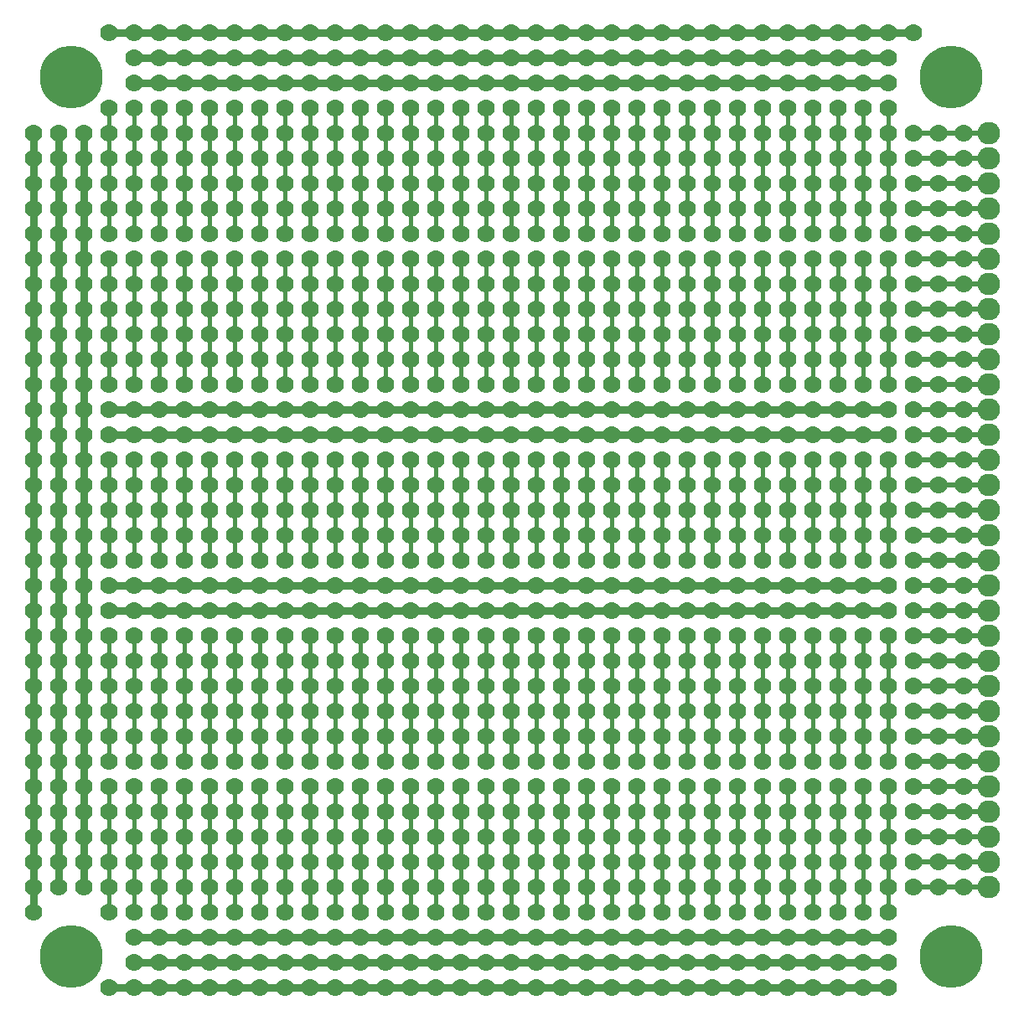
<source format=gbr>
%TF.GenerationSoftware,KiCad,Pcbnew,(6.0.1)*%
%TF.CreationDate,2023-02-05T21:43:02-08:00*%
%TF.ProjectId,Main-PcbDoc,4d61696e-2d50-4636-9244-6f632e6b6963,rev?*%
%TF.SameCoordinates,Original*%
%TF.FileFunction,Copper,L2,Bot*%
%TF.FilePolarity,Positive*%
%FSLAX46Y46*%
G04 Gerber Fmt 4.6, Leading zero omitted, Abs format (unit mm)*
G04 Created by KiCad (PCBNEW (6.0.1)) date 2023-02-05 21:43:02*
%MOMM*%
%LPD*%
G01*
G04 APERTURE LIST*
%TA.AperFunction,ComponentPad*%
%ADD10C,1.778000*%
%TD*%
%TA.AperFunction,ComponentPad*%
%ADD11C,2.286000*%
%TD*%
%TA.AperFunction,ComponentPad*%
%ADD12C,6.350000*%
%TD*%
%TA.AperFunction,Conductor*%
%ADD13C,0.762000*%
%TD*%
%TA.AperFunction,Conductor*%
%ADD14C,0.381000*%
%TD*%
%TA.AperFunction,Conductor*%
%ADD15C,0.508000*%
%TD*%
G04 APERTURE END LIST*
D10*
%TO.P,,0*%
%TO.N,N/C*%
X31750000Y41910000D03*
%TO.P,,1*%
X31750000Y39370000D03*
%TO.P,,19*%
X26670000Y41910000D03*
%TO.P,,20*%
X29210000Y41910000D03*
%TO.P,,21*%
X26670000Y39370000D03*
%TO.P,,22*%
X26670000Y36830000D03*
%TO.P,,23*%
X29210000Y39370000D03*
%TO.P,,0*%
X31750000Y49530000D03*
%TO.P,,1*%
X31750000Y46990000D03*
%TO.P,,19*%
X26670000Y49530000D03*
%TO.P,,20*%
X29210000Y49530000D03*
%TO.P,,21*%
X26670000Y46990000D03*
%TO.P,,22*%
X26670000Y44450000D03*
%TO.P,,23*%
X29210000Y46990000D03*
%TO.P,,24*%
X29210000Y44450000D03*
%TO.P,,25*%
X31750000Y44450000D03*
%TO.P,,0*%
X31750000Y57150000D03*
%TO.P,,1*%
X31750000Y54610000D03*
%TO.P,,19*%
X26670000Y57150000D03*
%TO.P,,20*%
X29210000Y57150000D03*
%TO.P,,21*%
X26670000Y54610000D03*
%TO.P,,22*%
X26670000Y52070000D03*
%TO.P,,23*%
X29210000Y54610000D03*
%TO.P,,24*%
X29210000Y52070000D03*
%TO.P,,25*%
X31750000Y52070000D03*
%TO.P,,0*%
X31750000Y64770000D03*
%TO.P,,1*%
X31750000Y62230000D03*
%TO.P,,19*%
X26670000Y64770000D03*
%TO.P,,20*%
X29210000Y64770000D03*
%TO.P,,21*%
X26670000Y62230000D03*
%TO.P,,22*%
X26670000Y59690000D03*
%TO.P,,23*%
X29210000Y62230000D03*
%TO.P,,24*%
X29210000Y59690000D03*
%TO.P,,25*%
X31750000Y59690000D03*
%TO.P,,0*%
X31750000Y72390000D03*
%TO.P,,1*%
X31750000Y69850000D03*
%TO.P,,19*%
X26670000Y72390000D03*
%TO.P,,20*%
X29210000Y72390000D03*
%TO.P,,21*%
X26670000Y69850000D03*
%TO.P,,22*%
X26670000Y67310000D03*
%TO.P,,23*%
X29210000Y69850000D03*
%TO.P,,24*%
X29210000Y67310000D03*
%TO.P,,25*%
X31750000Y67310000D03*
%TO.P,,0*%
X31750000Y80010000D03*
%TO.P,,1*%
X31750000Y77470000D03*
%TO.P,,19*%
X26670000Y80010000D03*
%TO.P,,20*%
X29210000Y80010000D03*
%TO.P,,21*%
X26670000Y77470000D03*
%TO.P,,22*%
X26670000Y74930000D03*
%TO.P,,23*%
X29210000Y77470000D03*
%TO.P,,24*%
X29210000Y74930000D03*
%TO.P,,25*%
X31750000Y74930000D03*
X31750000Y82550000D03*
%TO.P,,24*%
X29210000Y82550000D03*
%TO.P,,23*%
X29210000Y85090000D03*
%TO.P,,22*%
X26670000Y82550000D03*
%TO.P,,21*%
X26670000Y85090000D03*
%TO.P,,20*%
X29210000Y87630000D03*
%TO.P,,19*%
X26670000Y87630000D03*
%TO.P,,1*%
X31750000Y85090000D03*
%TO.P,,0*%
X31750000Y87630000D03*
%TO.P,,16*%
X34290000Y29210000D03*
X36830000Y34290000D03*
%TO.P,,17*%
X39370000Y34290000D03*
%TO.P,,18*%
X41910000Y34290000D03*
%TO.P,,19*%
X44450000Y34290000D03*
%TO.P,,20*%
X46990000Y34290000D03*
%TO.P,,21*%
X49530000Y34290000D03*
%TO.P,,22*%
X52070000Y34290000D03*
%TO.P,,15*%
X57150000Y34290000D03*
%TO.P,,14*%
X54610000Y34290000D03*
X54610000Y31750000D03*
%TO.P,,15*%
X57150000Y31750000D03*
%TO.P,,22*%
X52070000Y31750000D03*
%TO.P,,21*%
X49530000Y31750000D03*
%TO.P,,20*%
X46990000Y31750000D03*
%TO.P,,19*%
X44450000Y31750000D03*
%TO.P,,18*%
X41910000Y31750000D03*
%TO.P,,17*%
X39370000Y31750000D03*
%TO.P,,16*%
X36830000Y31750000D03*
%TO.P,,14*%
X54610000Y29210000D03*
%TO.P,,15*%
X57150000Y29210000D03*
%TO.P,,22*%
X52070000Y29210000D03*
%TO.P,,21*%
X49530000Y29210000D03*
%TO.P,,20*%
X46990000Y29210000D03*
%TO.P,,19*%
X44450000Y29210000D03*
%TO.P,,18*%
X41910000Y29210000D03*
%TO.P,,17*%
X39370000Y29210000D03*
%TO.P,,16*%
X36830000Y29210000D03*
%TO.P,,15*%
X34290000Y125730000D03*
%TO.P,,14*%
X57150000Y123190000D03*
%TO.P,,22*%
X54610000Y123190000D03*
%TO.P,,21*%
X52070000Y123190000D03*
%TO.P,,20*%
X49530000Y123190000D03*
%TO.P,,19*%
X46990000Y123190000D03*
%TO.P,,18*%
X44450000Y123190000D03*
%TO.P,,17*%
X41910000Y123190000D03*
%TO.P,,16*%
X39370000Y123190000D03*
%TO.P,,15*%
X36830000Y123190000D03*
X36830000Y125730000D03*
%TO.P,,16*%
X39370000Y125730000D03*
%TO.P,,17*%
X41910000Y125730000D03*
%TO.P,,18*%
X44450000Y125730000D03*
%TO.P,,19*%
X46990000Y125730000D03*
%TO.P,,20*%
X49530000Y125730000D03*
%TO.P,,21*%
X52070000Y125730000D03*
%TO.P,,22*%
X54610000Y125730000D03*
%TO.P,,14*%
X57150000Y125730000D03*
%TO.P,,15*%
X36830000Y120650000D03*
%TO.P,,16*%
X39370000Y120650000D03*
%TO.P,,17*%
X41910000Y120650000D03*
%TO.P,,18*%
X44450000Y120650000D03*
%TO.P,,19*%
X46990000Y120650000D03*
%TO.P,,20*%
X49530000Y120650000D03*
%TO.P,,21*%
X52070000Y120650000D03*
%TO.P,,22*%
X54610000Y120650000D03*
%TO.P,,14*%
X57150000Y120650000D03*
X102870000Y120650000D03*
%TO.P,,15*%
X105410000Y120650000D03*
%TO.P,,16*%
X107950000Y120650000D03*
%TO.P,,17*%
X110490000Y120650000D03*
%TO.P,,18*%
X113030000Y120650000D03*
%TO.P,,14*%
X80010000Y120650000D03*
%TO.P,,15*%
X82550000Y120650000D03*
%TO.P,,16*%
X85090000Y120650000D03*
%TO.P,,17*%
X87630000Y120650000D03*
%TO.P,,18*%
X90170000Y120650000D03*
%TO.P,,19*%
X92710000Y120650000D03*
%TO.P,,20*%
X95250000Y120650000D03*
%TO.P,,21*%
X97790000Y120650000D03*
%TO.P,,22*%
X100330000Y120650000D03*
X77470000Y120650000D03*
%TO.P,,21*%
X74930000Y120650000D03*
%TO.P,,20*%
X72390000Y120650000D03*
%TO.P,,19*%
X69850000Y120650000D03*
%TO.P,,18*%
X67310000Y120650000D03*
%TO.P,,17*%
X64770000Y120650000D03*
%TO.P,,16*%
X62230000Y120650000D03*
%TO.P,,15*%
X59690000Y120650000D03*
%TO.P,,14*%
X52070000Y87630000D03*
%TO.P,,15*%
X54610000Y87630000D03*
%TO.P,,16*%
X57150000Y87630000D03*
%TO.P,,22*%
X49530000Y87630000D03*
%TO.P,,21*%
X46990000Y87630000D03*
%TO.P,,20*%
X44450000Y87630000D03*
%TO.P,,19*%
X41910000Y87630000D03*
%TO.P,,18*%
X39370000Y87630000D03*
%TO.P,,17*%
X36830000Y87630000D03*
%TO.P,,16*%
X34290000Y87630000D03*
%TO.P,,14*%
X52070000Y85090000D03*
%TO.P,,15*%
X54610000Y85090000D03*
%TO.P,,16*%
X57150000Y85090000D03*
%TO.P,,22*%
X49530000Y85090000D03*
%TO.P,,21*%
X46990000Y85090000D03*
%TO.P,,20*%
X44450000Y85090000D03*
%TO.P,,19*%
X41910000Y85090000D03*
%TO.P,,18*%
X39370000Y85090000D03*
%TO.P,,17*%
X36830000Y85090000D03*
%TO.P,,16*%
X34290000Y85090000D03*
%TO.P,,14*%
X52070000Y69850000D03*
%TO.P,,15*%
X54610000Y69850000D03*
%TO.P,,16*%
X57150000Y69850000D03*
%TO.P,,22*%
X49530000Y69850000D03*
%TO.P,,21*%
X46990000Y69850000D03*
%TO.P,,20*%
X44450000Y69850000D03*
%TO.P,,19*%
X41910000Y69850000D03*
%TO.P,,18*%
X39370000Y69850000D03*
%TO.P,,17*%
X36830000Y69850000D03*
%TO.P,,16*%
X34290000Y69850000D03*
%TO.P,,14*%
X52070000Y67310000D03*
%TO.P,,15*%
X54610000Y67310000D03*
%TO.P,,16*%
X57150000Y67310000D03*
%TO.P,,22*%
X49530000Y67310000D03*
%TO.P,,21*%
X46990000Y67310000D03*
%TO.P,,20*%
X44450000Y67310000D03*
%TO.P,,19*%
X41910000Y67310000D03*
%TO.P,,18*%
X39370000Y67310000D03*
%TO.P,,17*%
X36830000Y67310000D03*
%TO.P,,16*%
X34290000Y67310000D03*
%TO.P,,26*%
X39370000Y72390000D03*
X36830000Y72390000D03*
X34290000Y72390000D03*
%TO.P,,27*%
X39370000Y74930000D03*
%TO.P,,28*%
X39370000Y77470000D03*
%TO.P,,29*%
X39370000Y80010000D03*
%TO.P,,30*%
X39370000Y82550000D03*
%TO.P,,27*%
X36830000Y74930000D03*
%TO.P,,28*%
X36830000Y77470000D03*
%TO.P,,29*%
X36830000Y80010000D03*
%TO.P,,30*%
X36830000Y82550000D03*
%TO.P,,27*%
X34290000Y74930000D03*
%TO.P,,28*%
X34290000Y77470000D03*
%TO.P,,29*%
X34290000Y80010000D03*
%TO.P,,30*%
X34290000Y82550000D03*
%TO.P,,26*%
X39370000Y54610000D03*
X36830000Y54610000D03*
X34290000Y54610000D03*
%TO.P,,27*%
X39370000Y57150000D03*
%TO.P,,28*%
X39370000Y59690000D03*
%TO.P,,29*%
X39370000Y62230000D03*
%TO.P,,30*%
X39370000Y64770000D03*
%TO.P,,27*%
X36830000Y57150000D03*
%TO.P,,28*%
X36830000Y59690000D03*
%TO.P,,29*%
X36830000Y62230000D03*
%TO.P,,30*%
X36830000Y64770000D03*
%TO.P,,27*%
X34290000Y57150000D03*
%TO.P,,28*%
X34290000Y59690000D03*
%TO.P,,29*%
X34290000Y62230000D03*
%TO.P,,30*%
X34290000Y64770000D03*
%TO.P,,26*%
X39370000Y36830000D03*
X36830000Y36830000D03*
X34290000Y36830000D03*
%TO.P,,27*%
X39370000Y39370000D03*
%TO.P,,28*%
X39370000Y41910000D03*
%TO.P,,29*%
X39370000Y44450000D03*
%TO.P,,30*%
X39370000Y46990000D03*
%TO.P,,27*%
X36830000Y39370000D03*
%TO.P,,28*%
X36830000Y41910000D03*
%TO.P,,29*%
X36830000Y44450000D03*
%TO.P,,30*%
X36830000Y46990000D03*
%TO.P,,27*%
X34290000Y39370000D03*
%TO.P,,28*%
X34290000Y41910000D03*
%TO.P,,29*%
X34290000Y44450000D03*
%TO.P,,30*%
X34290000Y46990000D03*
%TO.P,,26*%
X57150000Y36830000D03*
X54610000Y36830000D03*
X52070000Y36830000D03*
X49530000Y36830000D03*
X46990000Y36830000D03*
X44450000Y36830000D03*
X41910000Y36830000D03*
%TO.P,,27*%
X57150000Y39370000D03*
%TO.P,,28*%
X57150000Y41910000D03*
%TO.P,,29*%
X57150000Y44450000D03*
%TO.P,,30*%
X57150000Y46990000D03*
%TO.P,,27*%
X54610000Y39370000D03*
%TO.P,,28*%
X54610000Y41910000D03*
%TO.P,,29*%
X54610000Y44450000D03*
%TO.P,,30*%
X54610000Y46990000D03*
%TO.P,,27*%
X52070000Y39370000D03*
%TO.P,,28*%
X52070000Y41910000D03*
%TO.P,,29*%
X52070000Y44450000D03*
%TO.P,,30*%
X52070000Y46990000D03*
%TO.P,,27*%
X49530000Y39370000D03*
%TO.P,,28*%
X49530000Y41910000D03*
%TO.P,,29*%
X49530000Y44450000D03*
%TO.P,,30*%
X49530000Y46990000D03*
%TO.P,,27*%
X46990000Y39370000D03*
%TO.P,,28*%
X46990000Y41910000D03*
%TO.P,,29*%
X46990000Y44450000D03*
%TO.P,,30*%
X46990000Y46990000D03*
%TO.P,,27*%
X44450000Y39370000D03*
%TO.P,,28*%
X44450000Y41910000D03*
%TO.P,,29*%
X44450000Y44450000D03*
%TO.P,,30*%
X44450000Y46990000D03*
X41910000Y46990000D03*
%TO.P,,29*%
X41910000Y44450000D03*
%TO.P,,28*%
X41910000Y41910000D03*
%TO.P,,27*%
X41910000Y39370000D03*
%TO.P,,26*%
X57150000Y54610000D03*
X54610000Y54610000D03*
X52070000Y54610000D03*
X49530000Y54610000D03*
X46990000Y54610000D03*
X44450000Y54610000D03*
X41910000Y54610000D03*
%TO.P,,27*%
X57150000Y57150000D03*
%TO.P,,28*%
X57150000Y59690000D03*
%TO.P,,29*%
X57150000Y62230000D03*
%TO.P,,30*%
X57150000Y64770000D03*
%TO.P,,27*%
X54610000Y57150000D03*
%TO.P,,28*%
X54610000Y59690000D03*
%TO.P,,29*%
X54610000Y62230000D03*
%TO.P,,30*%
X54610000Y64770000D03*
%TO.P,,27*%
X52070000Y57150000D03*
%TO.P,,28*%
X52070000Y59690000D03*
%TO.P,,29*%
X52070000Y62230000D03*
%TO.P,,30*%
X52070000Y64770000D03*
%TO.P,,27*%
X49530000Y57150000D03*
%TO.P,,28*%
X49530000Y59690000D03*
%TO.P,,29*%
X49530000Y62230000D03*
%TO.P,,30*%
X49530000Y64770000D03*
%TO.P,,27*%
X46990000Y57150000D03*
%TO.P,,28*%
X46990000Y59690000D03*
%TO.P,,29*%
X46990000Y62230000D03*
%TO.P,,30*%
X46990000Y64770000D03*
%TO.P,,27*%
X44450000Y57150000D03*
%TO.P,,28*%
X44450000Y59690000D03*
%TO.P,,29*%
X44450000Y62230000D03*
%TO.P,,30*%
X44450000Y64770000D03*
X41910000Y64770000D03*
%TO.P,,29*%
X41910000Y62230000D03*
%TO.P,,28*%
X41910000Y59690000D03*
%TO.P,,27*%
X41910000Y57150000D03*
%TO.P,,26*%
X57150000Y72390000D03*
X54610000Y72390000D03*
X52070000Y72390000D03*
X49530000Y72390000D03*
X46990000Y72390000D03*
X44450000Y72390000D03*
X41910000Y72390000D03*
%TO.P,,27*%
X57150000Y74930000D03*
%TO.P,,28*%
X57150000Y77470000D03*
%TO.P,,29*%
X57150000Y80010000D03*
%TO.P,,30*%
X57150000Y82550000D03*
%TO.P,,27*%
X54610000Y74930000D03*
%TO.P,,28*%
X54610000Y77470000D03*
%TO.P,,29*%
X54610000Y80010000D03*
%TO.P,,30*%
X54610000Y82550000D03*
%TO.P,,27*%
X52070000Y74930000D03*
%TO.P,,28*%
X52070000Y77470000D03*
%TO.P,,29*%
X52070000Y80010000D03*
%TO.P,,30*%
X52070000Y82550000D03*
%TO.P,,27*%
X49530000Y74930000D03*
%TO.P,,28*%
X49530000Y77470000D03*
%TO.P,,29*%
X49530000Y80010000D03*
%TO.P,,30*%
X49530000Y82550000D03*
%TO.P,,27*%
X46990000Y74930000D03*
%TO.P,,28*%
X46990000Y77470000D03*
%TO.P,,29*%
X46990000Y80010000D03*
%TO.P,,30*%
X46990000Y82550000D03*
%TO.P,,27*%
X44450000Y74930000D03*
%TO.P,,28*%
X44450000Y77470000D03*
%TO.P,,29*%
X44450000Y80010000D03*
%TO.P,,30*%
X44450000Y82550000D03*
X41910000Y82550000D03*
%TO.P,,29*%
X41910000Y80010000D03*
%TO.P,,28*%
X41910000Y77470000D03*
%TO.P,,27*%
X41910000Y74930000D03*
%TO.P,,26*%
X57150000Y90170000D03*
X54610000Y90170000D03*
X52070000Y90170000D03*
X49530000Y90170000D03*
X46990000Y90170000D03*
X44450000Y90170000D03*
%TO.P,,27*%
X57150000Y92710000D03*
%TO.P,,28*%
X57150000Y95250000D03*
%TO.P,,29*%
X57150000Y97790000D03*
%TO.P,,30*%
X57150000Y100330000D03*
%TO.P,,27*%
X54610000Y92710000D03*
%TO.P,,28*%
X54610000Y95250000D03*
%TO.P,,29*%
X54610000Y97790000D03*
%TO.P,,30*%
X54610000Y100330000D03*
%TO.P,,27*%
X52070000Y92710000D03*
%TO.P,,28*%
X52070000Y95250000D03*
%TO.P,,29*%
X52070000Y97790000D03*
%TO.P,,30*%
X52070000Y100330000D03*
%TO.P,,27*%
X49530000Y92710000D03*
%TO.P,,28*%
X49530000Y95250000D03*
%TO.P,,29*%
X49530000Y97790000D03*
%TO.P,,30*%
X49530000Y100330000D03*
%TO.P,,27*%
X46990000Y92710000D03*
%TO.P,,28*%
X46990000Y95250000D03*
%TO.P,,29*%
X46990000Y97790000D03*
%TO.P,,30*%
X46990000Y100330000D03*
%TO.P,,27*%
X44450000Y92710000D03*
%TO.P,,28*%
X44450000Y95250000D03*
%TO.P,,29*%
X44450000Y97790000D03*
%TO.P,,30*%
X44450000Y100330000D03*
%TO.P,,26*%
X57150000Y107950000D03*
X54610000Y107950000D03*
X52070000Y107950000D03*
X49530000Y107950000D03*
X46990000Y107950000D03*
X44450000Y107950000D03*
%TO.P,,27*%
X57150000Y110490000D03*
%TO.P,,28*%
X57150000Y113030000D03*
%TO.P,,29*%
X57150000Y115570000D03*
%TO.P,,30*%
X57150000Y118110000D03*
%TO.P,,27*%
X54610000Y110490000D03*
%TO.P,,28*%
X54610000Y113030000D03*
%TO.P,,29*%
X54610000Y115570000D03*
%TO.P,,30*%
X54610000Y118110000D03*
%TO.P,,27*%
X52070000Y110490000D03*
%TO.P,,28*%
X52070000Y113030000D03*
%TO.P,,29*%
X52070000Y115570000D03*
%TO.P,,30*%
X52070000Y118110000D03*
%TO.P,,27*%
X49530000Y110490000D03*
%TO.P,,28*%
X49530000Y113030000D03*
%TO.P,,29*%
X49530000Y115570000D03*
%TO.P,,30*%
X49530000Y118110000D03*
%TO.P,,27*%
X46990000Y110490000D03*
%TO.P,,28*%
X46990000Y113030000D03*
%TO.P,,29*%
X46990000Y115570000D03*
%TO.P,,30*%
X46990000Y118110000D03*
%TO.P,,27*%
X44450000Y110490000D03*
%TO.P,,28*%
X44450000Y113030000D03*
%TO.P,,29*%
X44450000Y115570000D03*
%TO.P,,30*%
X44450000Y118110000D03*
D11*
%TO.P,,36*%
X123190000Y39370000D03*
D10*
%TO.P,,35*%
X120650000Y39370000D03*
%TO.P,,34*%
X118110000Y39370000D03*
X118110000Y41910000D03*
%TO.P,,35*%
X120650000Y41910000D03*
D11*
%TO.P,,36*%
X123190000Y41910000D03*
D10*
%TO.P,,34*%
X118110000Y44450000D03*
%TO.P,,35*%
X120650000Y44450000D03*
D11*
%TO.P,,36*%
X123190000Y44450000D03*
D10*
%TO.P,,34*%
X118110000Y46990000D03*
%TO.P,,35*%
X120650000Y46990000D03*
D11*
%TO.P,,36*%
X123190000Y46990000D03*
D10*
%TO.P,,16*%
X59690000Y29210000D03*
%TO.P,,17*%
X62230000Y29210000D03*
%TO.P,,18*%
X64770000Y29210000D03*
%TO.P,,19*%
X67310000Y29210000D03*
%TO.P,,20*%
X69850000Y29210000D03*
%TO.P,,21*%
X72390000Y29210000D03*
%TO.P,,22*%
X74930000Y29210000D03*
X97790000Y29210000D03*
%TO.P,,21*%
X95250000Y29210000D03*
%TO.P,,20*%
X92710000Y29210000D03*
%TO.P,,19*%
X90170000Y29210000D03*
%TO.P,,18*%
X87630000Y29210000D03*
%TO.P,,17*%
X85090000Y29210000D03*
%TO.P,,16*%
X82550000Y29210000D03*
%TO.P,,15*%
X80010000Y29210000D03*
%TO.P,,14*%
X77470000Y29210000D03*
%TO.P,,19*%
X113030000Y29210000D03*
%TO.P,,18*%
X110490000Y29210000D03*
%TO.P,,17*%
X107950000Y29210000D03*
%TO.P,,16*%
X105410000Y29210000D03*
%TO.P,,15*%
X102870000Y29210000D03*
%TO.P,,14*%
X100330000Y29210000D03*
%TO.P,,16*%
X59690000Y31750000D03*
%TO.P,,17*%
X62230000Y31750000D03*
%TO.P,,18*%
X64770000Y31750000D03*
%TO.P,,19*%
X67310000Y31750000D03*
%TO.P,,20*%
X69850000Y31750000D03*
%TO.P,,21*%
X72390000Y31750000D03*
%TO.P,,22*%
X74930000Y31750000D03*
X97790000Y31750000D03*
%TO.P,,21*%
X95250000Y31750000D03*
%TO.P,,20*%
X92710000Y31750000D03*
%TO.P,,19*%
X90170000Y31750000D03*
%TO.P,,18*%
X87630000Y31750000D03*
%TO.P,,17*%
X85090000Y31750000D03*
%TO.P,,16*%
X82550000Y31750000D03*
%TO.P,,15*%
X80010000Y31750000D03*
%TO.P,,14*%
X77470000Y31750000D03*
%TO.P,,19*%
X113030000Y31750000D03*
%TO.P,,18*%
X110490000Y31750000D03*
%TO.P,,17*%
X107950000Y31750000D03*
%TO.P,,16*%
X105410000Y31750000D03*
%TO.P,,15*%
X102870000Y31750000D03*
%TO.P,,14*%
X100330000Y31750000D03*
%TO.P,,26*%
X113030000Y72390000D03*
%TO.P,,27*%
X113030000Y74930000D03*
%TO.P,,28*%
X113030000Y77470000D03*
%TO.P,,29*%
X113030000Y80010000D03*
%TO.P,,30*%
X113030000Y82550000D03*
%TO.P,,26*%
X110490000Y72390000D03*
%TO.P,,27*%
X110490000Y74930000D03*
%TO.P,,28*%
X110490000Y77470000D03*
%TO.P,,29*%
X110490000Y80010000D03*
%TO.P,,30*%
X110490000Y82550000D03*
%TO.P,,26*%
X107950000Y72390000D03*
%TO.P,,27*%
X107950000Y74930000D03*
%TO.P,,28*%
X107950000Y77470000D03*
%TO.P,,29*%
X107950000Y80010000D03*
%TO.P,,30*%
X107950000Y82550000D03*
%TO.P,,26*%
X105410000Y72390000D03*
%TO.P,,27*%
X105410000Y74930000D03*
%TO.P,,28*%
X105410000Y77470000D03*
%TO.P,,29*%
X105410000Y80010000D03*
%TO.P,,30*%
X105410000Y82550000D03*
%TO.P,,26*%
X102870000Y72390000D03*
%TO.P,,27*%
X102870000Y74930000D03*
%TO.P,,28*%
X102870000Y77470000D03*
%TO.P,,29*%
X102870000Y80010000D03*
%TO.P,,30*%
X102870000Y82550000D03*
%TO.P,,26*%
X100330000Y72390000D03*
%TO.P,,27*%
X100330000Y74930000D03*
%TO.P,,28*%
X100330000Y77470000D03*
%TO.P,,29*%
X100330000Y80010000D03*
%TO.P,,30*%
X100330000Y82550000D03*
%TO.P,,26*%
X97790000Y72390000D03*
%TO.P,,27*%
X97790000Y74930000D03*
%TO.P,,28*%
X97790000Y77470000D03*
%TO.P,,29*%
X97790000Y80010000D03*
%TO.P,,30*%
X97790000Y82550000D03*
%TO.P,,26*%
X95250000Y72390000D03*
%TO.P,,27*%
X95250000Y74930000D03*
%TO.P,,28*%
X95250000Y77470000D03*
%TO.P,,29*%
X95250000Y80010000D03*
%TO.P,,30*%
X95250000Y82550000D03*
%TO.P,,26*%
X92710000Y72390000D03*
%TO.P,,27*%
X92710000Y74930000D03*
%TO.P,,28*%
X92710000Y77470000D03*
%TO.P,,29*%
X92710000Y80010000D03*
%TO.P,,30*%
X92710000Y82550000D03*
%TO.P,,26*%
X90170000Y72390000D03*
%TO.P,,27*%
X90170000Y74930000D03*
%TO.P,,28*%
X90170000Y77470000D03*
%TO.P,,29*%
X90170000Y80010000D03*
%TO.P,,30*%
X90170000Y82550000D03*
%TO.P,,26*%
X87630000Y72390000D03*
%TO.P,,27*%
X87630000Y74930000D03*
%TO.P,,28*%
X87630000Y77470000D03*
%TO.P,,29*%
X87630000Y80010000D03*
%TO.P,,30*%
X87630000Y82550000D03*
%TO.P,,26*%
X85090000Y72390000D03*
%TO.P,,27*%
X85090000Y74930000D03*
%TO.P,,28*%
X85090000Y77470000D03*
%TO.P,,29*%
X85090000Y80010000D03*
%TO.P,,30*%
X85090000Y82550000D03*
%TO.P,,26*%
X82550000Y72390000D03*
%TO.P,,27*%
X82550000Y74930000D03*
%TO.P,,28*%
X82550000Y77470000D03*
%TO.P,,29*%
X82550000Y80010000D03*
%TO.P,,30*%
X82550000Y82550000D03*
%TO.P,,26*%
X80010000Y72390000D03*
%TO.P,,27*%
X80010000Y74930000D03*
%TO.P,,28*%
X80010000Y77470000D03*
%TO.P,,29*%
X80010000Y80010000D03*
%TO.P,,30*%
X80010000Y82550000D03*
%TO.P,,26*%
X77470000Y72390000D03*
%TO.P,,27*%
X77470000Y74930000D03*
%TO.P,,28*%
X77470000Y77470000D03*
%TO.P,,29*%
X77470000Y80010000D03*
%TO.P,,30*%
X77470000Y82550000D03*
%TO.P,,26*%
X74930000Y72390000D03*
%TO.P,,27*%
X74930000Y74930000D03*
%TO.P,,28*%
X74930000Y77470000D03*
%TO.P,,29*%
X74930000Y80010000D03*
%TO.P,,30*%
X74930000Y82550000D03*
%TO.P,,26*%
X72390000Y72390000D03*
%TO.P,,27*%
X72390000Y74930000D03*
%TO.P,,28*%
X72390000Y77470000D03*
%TO.P,,29*%
X72390000Y80010000D03*
%TO.P,,30*%
X72390000Y82550000D03*
%TO.P,,26*%
X69850000Y72390000D03*
%TO.P,,27*%
X69850000Y74930000D03*
%TO.P,,28*%
X69850000Y77470000D03*
%TO.P,,29*%
X69850000Y80010000D03*
%TO.P,,30*%
X69850000Y82550000D03*
%TO.P,,26*%
X67310000Y72390000D03*
%TO.P,,27*%
X67310000Y74930000D03*
%TO.P,,28*%
X67310000Y77470000D03*
%TO.P,,29*%
X67310000Y80010000D03*
%TO.P,,30*%
X67310000Y82550000D03*
%TO.P,,26*%
X64770000Y72390000D03*
%TO.P,,27*%
X64770000Y74930000D03*
%TO.P,,28*%
X64770000Y77470000D03*
%TO.P,,29*%
X64770000Y80010000D03*
%TO.P,,30*%
X64770000Y82550000D03*
%TO.P,,26*%
X62230000Y72390000D03*
%TO.P,,27*%
X62230000Y74930000D03*
%TO.P,,28*%
X62230000Y77470000D03*
%TO.P,,29*%
X62230000Y80010000D03*
%TO.P,,30*%
X62230000Y82550000D03*
X59690000Y82550000D03*
%TO.P,,29*%
X59690000Y80010000D03*
%TO.P,,28*%
X59690000Y77470000D03*
%TO.P,,27*%
X59690000Y74930000D03*
%TO.P,,26*%
X59690000Y72390000D03*
D11*
%TO.P,,36*%
X123190000Y54610000D03*
D10*
%TO.P,,35*%
X120650000Y54610000D03*
%TO.P,,34*%
X118110000Y54610000D03*
D11*
%TO.P,,36*%
X123190000Y52070000D03*
D10*
%TO.P,,35*%
X120650000Y52070000D03*
%TO.P,,34*%
X118110000Y52070000D03*
D11*
%TO.P,,36*%
X123190000Y49530000D03*
D10*
%TO.P,,35*%
X120650000Y49530000D03*
%TO.P,,34*%
X118110000Y49530000D03*
D11*
%TO.P,,36*%
X123190000Y64770000D03*
D10*
%TO.P,,35*%
X120650000Y64770000D03*
%TO.P,,34*%
X118110000Y64770000D03*
D11*
%TO.P,,36*%
X123190000Y62230000D03*
D10*
%TO.P,,35*%
X120650000Y62230000D03*
%TO.P,,34*%
X118110000Y62230000D03*
D11*
%TO.P,,36*%
X123190000Y59690000D03*
D10*
%TO.P,,35*%
X120650000Y59690000D03*
%TO.P,,34*%
X118110000Y59690000D03*
D11*
%TO.P,,36*%
X123190000Y57150000D03*
D10*
%TO.P,,35*%
X120650000Y57150000D03*
%TO.P,,34*%
X118110000Y57150000D03*
D11*
%TO.P,,36*%
X123190000Y74930000D03*
D10*
%TO.P,,35*%
X120650000Y74930000D03*
%TO.P,,34*%
X118110000Y74930000D03*
D11*
%TO.P,,36*%
X123190000Y72390000D03*
D10*
%TO.P,,35*%
X120650000Y72390000D03*
%TO.P,,34*%
X118110000Y72390000D03*
D11*
%TO.P,,36*%
X123190000Y69850000D03*
D10*
%TO.P,,35*%
X120650000Y69850000D03*
%TO.P,,34*%
X118110000Y69850000D03*
D11*
%TO.P,,36*%
X123190000Y67310000D03*
D10*
%TO.P,,35*%
X120650000Y67310000D03*
%TO.P,,34*%
X118110000Y67310000D03*
D11*
%TO.P,,36*%
X123190000Y85090000D03*
D10*
%TO.P,,35*%
X120650000Y85090000D03*
%TO.P,,34*%
X118110000Y85090000D03*
D11*
%TO.P,,36*%
X123190000Y82550000D03*
D10*
%TO.P,,35*%
X120650000Y82550000D03*
%TO.P,,34*%
X118110000Y82550000D03*
D11*
%TO.P,,36*%
X123190000Y80010000D03*
D10*
%TO.P,,35*%
X120650000Y80010000D03*
%TO.P,,34*%
X118110000Y80010000D03*
D11*
%TO.P,,36*%
X123190000Y77470000D03*
D10*
%TO.P,,35*%
X120650000Y77470000D03*
%TO.P,,34*%
X118110000Y77470000D03*
D11*
%TO.P,,36*%
X123190000Y95250000D03*
D10*
%TO.P,,35*%
X120650000Y95250000D03*
%TO.P,,34*%
X118110000Y95250000D03*
D11*
%TO.P,,36*%
X123190000Y92710000D03*
D10*
%TO.P,,35*%
X120650000Y92710000D03*
%TO.P,,34*%
X118110000Y92710000D03*
D11*
%TO.P,,36*%
X123190000Y90170000D03*
D10*
%TO.P,,35*%
X120650000Y90170000D03*
%TO.P,,34*%
X118110000Y90170000D03*
D11*
%TO.P,,36*%
X123190000Y87630000D03*
D10*
%TO.P,,35*%
X120650000Y87630000D03*
%TO.P,,34*%
X118110000Y87630000D03*
X118110000Y97790000D03*
%TO.P,,35*%
X120650000Y97790000D03*
D11*
%TO.P,,36*%
X123190000Y97790000D03*
D10*
%TO.P,,34*%
X118110000Y100330000D03*
%TO.P,,35*%
X120650000Y100330000D03*
D11*
%TO.P,,36*%
X123190000Y100330000D03*
D10*
%TO.P,,34*%
X118110000Y102870000D03*
%TO.P,,35*%
X120650000Y102870000D03*
D11*
%TO.P,,36*%
X123190000Y102870000D03*
D10*
%TO.P,,34*%
X118110000Y105410000D03*
%TO.P,,35*%
X120650000Y105410000D03*
D11*
%TO.P,,36*%
X123190000Y105410000D03*
D10*
%TO.P,,34*%
X118110000Y107950000D03*
%TO.P,,35*%
X120650000Y107950000D03*
D11*
%TO.P,,36*%
X123190000Y107950000D03*
D10*
%TO.P,,34*%
X118110000Y110490000D03*
%TO.P,,35*%
X120650000Y110490000D03*
D11*
%TO.P,,36*%
X123190000Y110490000D03*
D10*
%TO.P,,34*%
X118110000Y113030000D03*
%TO.P,,35*%
X120650000Y113030000D03*
D11*
%TO.P,,36*%
X123190000Y113030000D03*
X123190000Y115570000D03*
D10*
%TO.P,,35*%
X120650000Y115570000D03*
%TO.P,,34*%
X118110000Y115570000D03*
%TO.P,,27*%
X59690000Y110490000D03*
%TO.P,,28*%
X59690000Y113030000D03*
%TO.P,,29*%
X59690000Y115570000D03*
%TO.P,,30*%
X59690000Y118110000D03*
X62230000Y118110000D03*
%TO.P,,29*%
X62230000Y115570000D03*
%TO.P,,28*%
X62230000Y113030000D03*
%TO.P,,27*%
X62230000Y110490000D03*
%TO.P,,30*%
X64770000Y118110000D03*
%TO.P,,29*%
X64770000Y115570000D03*
%TO.P,,28*%
X64770000Y113030000D03*
%TO.P,,27*%
X64770000Y110490000D03*
%TO.P,,30*%
X67310000Y118110000D03*
%TO.P,,29*%
X67310000Y115570000D03*
%TO.P,,28*%
X67310000Y113030000D03*
%TO.P,,27*%
X67310000Y110490000D03*
%TO.P,,30*%
X69850000Y118110000D03*
%TO.P,,29*%
X69850000Y115570000D03*
%TO.P,,28*%
X69850000Y113030000D03*
%TO.P,,27*%
X69850000Y110490000D03*
%TO.P,,30*%
X72390000Y118110000D03*
%TO.P,,29*%
X72390000Y115570000D03*
%TO.P,,28*%
X72390000Y113030000D03*
%TO.P,,27*%
X72390000Y110490000D03*
%TO.P,,30*%
X74930000Y118110000D03*
%TO.P,,29*%
X74930000Y115570000D03*
%TO.P,,28*%
X74930000Y113030000D03*
%TO.P,,27*%
X74930000Y110490000D03*
%TO.P,,30*%
X77470000Y118110000D03*
%TO.P,,29*%
X77470000Y115570000D03*
%TO.P,,28*%
X77470000Y113030000D03*
%TO.P,,27*%
X77470000Y110490000D03*
%TO.P,,30*%
X80010000Y118110000D03*
%TO.P,,29*%
X80010000Y115570000D03*
%TO.P,,28*%
X80010000Y113030000D03*
%TO.P,,27*%
X80010000Y110490000D03*
%TO.P,,30*%
X82550000Y118110000D03*
%TO.P,,29*%
X82550000Y115570000D03*
%TO.P,,28*%
X82550000Y113030000D03*
%TO.P,,27*%
X82550000Y110490000D03*
%TO.P,,30*%
X85090000Y118110000D03*
%TO.P,,29*%
X85090000Y115570000D03*
%TO.P,,28*%
X85090000Y113030000D03*
%TO.P,,27*%
X85090000Y110490000D03*
%TO.P,,30*%
X87630000Y118110000D03*
%TO.P,,29*%
X87630000Y115570000D03*
%TO.P,,28*%
X87630000Y113030000D03*
%TO.P,,27*%
X87630000Y110490000D03*
%TO.P,,30*%
X90170000Y118110000D03*
%TO.P,,29*%
X90170000Y115570000D03*
%TO.P,,28*%
X90170000Y113030000D03*
%TO.P,,27*%
X90170000Y110490000D03*
%TO.P,,30*%
X92710000Y118110000D03*
%TO.P,,29*%
X92710000Y115570000D03*
%TO.P,,28*%
X92710000Y113030000D03*
%TO.P,,27*%
X92710000Y110490000D03*
%TO.P,,30*%
X95250000Y118110000D03*
%TO.P,,29*%
X95250000Y115570000D03*
%TO.P,,28*%
X95250000Y113030000D03*
%TO.P,,27*%
X95250000Y110490000D03*
%TO.P,,30*%
X97790000Y118110000D03*
%TO.P,,29*%
X97790000Y115570000D03*
%TO.P,,28*%
X97790000Y113030000D03*
%TO.P,,27*%
X97790000Y110490000D03*
%TO.P,,30*%
X100330000Y118110000D03*
%TO.P,,29*%
X100330000Y115570000D03*
%TO.P,,28*%
X100330000Y113030000D03*
%TO.P,,27*%
X100330000Y110490000D03*
%TO.P,,30*%
X102870000Y118110000D03*
%TO.P,,29*%
X102870000Y115570000D03*
%TO.P,,28*%
X102870000Y113030000D03*
%TO.P,,27*%
X102870000Y110490000D03*
%TO.P,,30*%
X105410000Y118110000D03*
%TO.P,,29*%
X105410000Y115570000D03*
%TO.P,,28*%
X105410000Y113030000D03*
%TO.P,,27*%
X105410000Y110490000D03*
%TO.P,,30*%
X107950000Y118110000D03*
%TO.P,,29*%
X107950000Y115570000D03*
%TO.P,,28*%
X107950000Y113030000D03*
%TO.P,,27*%
X107950000Y110490000D03*
%TO.P,,30*%
X110490000Y118110000D03*
%TO.P,,29*%
X110490000Y115570000D03*
%TO.P,,28*%
X110490000Y113030000D03*
%TO.P,,27*%
X110490000Y110490000D03*
%TO.P,,30*%
X113030000Y118110000D03*
%TO.P,,29*%
X113030000Y115570000D03*
%TO.P,,28*%
X113030000Y113030000D03*
%TO.P,,27*%
X113030000Y110490000D03*
%TO.P,,26*%
X59690000Y107950000D03*
X62230000Y107950000D03*
X64770000Y107950000D03*
X67310000Y107950000D03*
X69850000Y107950000D03*
X72390000Y107950000D03*
X74930000Y107950000D03*
X77470000Y107950000D03*
X80010000Y107950000D03*
X82550000Y107950000D03*
X85090000Y107950000D03*
X87630000Y107950000D03*
X90170000Y107950000D03*
X92710000Y107950000D03*
X95250000Y107950000D03*
X97790000Y107950000D03*
X100330000Y107950000D03*
X102870000Y107950000D03*
X105410000Y107950000D03*
X107950000Y107950000D03*
X110490000Y107950000D03*
X113030000Y107950000D03*
X59690000Y90170000D03*
%TO.P,,27*%
X59690000Y92710000D03*
%TO.P,,28*%
X59690000Y95250000D03*
%TO.P,,29*%
X59690000Y97790000D03*
%TO.P,,30*%
X59690000Y100330000D03*
X62230000Y100330000D03*
%TO.P,,29*%
X62230000Y97790000D03*
%TO.P,,28*%
X62230000Y95250000D03*
%TO.P,,27*%
X62230000Y92710000D03*
%TO.P,,26*%
X62230000Y90170000D03*
%TO.P,,30*%
X64770000Y100330000D03*
%TO.P,,29*%
X64770000Y97790000D03*
%TO.P,,28*%
X64770000Y95250000D03*
%TO.P,,27*%
X64770000Y92710000D03*
%TO.P,,26*%
X64770000Y90170000D03*
%TO.P,,30*%
X67310000Y100330000D03*
%TO.P,,29*%
X67310000Y97790000D03*
%TO.P,,28*%
X67310000Y95250000D03*
%TO.P,,27*%
X67310000Y92710000D03*
%TO.P,,26*%
X67310000Y90170000D03*
%TO.P,,30*%
X69850000Y100330000D03*
%TO.P,,29*%
X69850000Y97790000D03*
%TO.P,,28*%
X69850000Y95250000D03*
%TO.P,,27*%
X69850000Y92710000D03*
%TO.P,,26*%
X69850000Y90170000D03*
%TO.P,,30*%
X72390000Y100330000D03*
%TO.P,,29*%
X72390000Y97790000D03*
%TO.P,,28*%
X72390000Y95250000D03*
%TO.P,,27*%
X72390000Y92710000D03*
%TO.P,,26*%
X72390000Y90170000D03*
%TO.P,,30*%
X74930000Y100330000D03*
%TO.P,,29*%
X74930000Y97790000D03*
%TO.P,,28*%
X74930000Y95250000D03*
%TO.P,,27*%
X74930000Y92710000D03*
%TO.P,,26*%
X74930000Y90170000D03*
%TO.P,,30*%
X77470000Y100330000D03*
%TO.P,,29*%
X77470000Y97790000D03*
%TO.P,,28*%
X77470000Y95250000D03*
%TO.P,,27*%
X77470000Y92710000D03*
%TO.P,,26*%
X77470000Y90170000D03*
%TO.P,,30*%
X80010000Y100330000D03*
%TO.P,,29*%
X80010000Y97790000D03*
%TO.P,,28*%
X80010000Y95250000D03*
%TO.P,,27*%
X80010000Y92710000D03*
%TO.P,,26*%
X80010000Y90170000D03*
%TO.P,,30*%
X82550000Y100330000D03*
%TO.P,,29*%
X82550000Y97790000D03*
%TO.P,,28*%
X82550000Y95250000D03*
%TO.P,,27*%
X82550000Y92710000D03*
%TO.P,,26*%
X82550000Y90170000D03*
%TO.P,,30*%
X85090000Y100330000D03*
%TO.P,,29*%
X85090000Y97790000D03*
%TO.P,,28*%
X85090000Y95250000D03*
%TO.P,,27*%
X85090000Y92710000D03*
%TO.P,,26*%
X85090000Y90170000D03*
%TO.P,,30*%
X87630000Y100330000D03*
%TO.P,,29*%
X87630000Y97790000D03*
%TO.P,,28*%
X87630000Y95250000D03*
%TO.P,,27*%
X87630000Y92710000D03*
%TO.P,,26*%
X87630000Y90170000D03*
%TO.P,,30*%
X90170000Y100330000D03*
%TO.P,,29*%
X90170000Y97790000D03*
%TO.P,,28*%
X90170000Y95250000D03*
%TO.P,,27*%
X90170000Y92710000D03*
%TO.P,,26*%
X90170000Y90170000D03*
%TO.P,,30*%
X92710000Y100330000D03*
%TO.P,,29*%
X92710000Y97790000D03*
%TO.P,,28*%
X92710000Y95250000D03*
%TO.P,,27*%
X92710000Y92710000D03*
%TO.P,,26*%
X92710000Y90170000D03*
%TO.P,,30*%
X95250000Y100330000D03*
%TO.P,,29*%
X95250000Y97790000D03*
%TO.P,,28*%
X95250000Y95250000D03*
%TO.P,,27*%
X95250000Y92710000D03*
%TO.P,,26*%
X95250000Y90170000D03*
%TO.P,,30*%
X97790000Y100330000D03*
%TO.P,,29*%
X97790000Y97790000D03*
%TO.P,,28*%
X97790000Y95250000D03*
%TO.P,,27*%
X97790000Y92710000D03*
%TO.P,,26*%
X97790000Y90170000D03*
%TO.P,,30*%
X100330000Y100330000D03*
%TO.P,,29*%
X100330000Y97790000D03*
%TO.P,,28*%
X100330000Y95250000D03*
%TO.P,,27*%
X100330000Y92710000D03*
%TO.P,,26*%
X100330000Y90170000D03*
%TO.P,,30*%
X102870000Y100330000D03*
%TO.P,,29*%
X102870000Y97790000D03*
%TO.P,,28*%
X102870000Y95250000D03*
%TO.P,,27*%
X102870000Y92710000D03*
%TO.P,,26*%
X102870000Y90170000D03*
%TO.P,,30*%
X105410000Y100330000D03*
%TO.P,,29*%
X105410000Y97790000D03*
%TO.P,,28*%
X105410000Y95250000D03*
%TO.P,,27*%
X105410000Y92710000D03*
%TO.P,,26*%
X105410000Y90170000D03*
%TO.P,,30*%
X107950000Y100330000D03*
%TO.P,,29*%
X107950000Y97790000D03*
%TO.P,,28*%
X107950000Y95250000D03*
%TO.P,,27*%
X107950000Y92710000D03*
%TO.P,,26*%
X107950000Y90170000D03*
%TO.P,,30*%
X110490000Y100330000D03*
%TO.P,,29*%
X110490000Y97790000D03*
%TO.P,,28*%
X110490000Y95250000D03*
%TO.P,,27*%
X110490000Y92710000D03*
%TO.P,,26*%
X110490000Y90170000D03*
%TO.P,,30*%
X113030000Y100330000D03*
%TO.P,,29*%
X113030000Y97790000D03*
%TO.P,,28*%
X113030000Y95250000D03*
%TO.P,,27*%
X113030000Y92710000D03*
%TO.P,,26*%
X113030000Y90170000D03*
%TO.P,,15*%
X59690000Y85090000D03*
%TO.P,,16*%
X62230000Y85090000D03*
%TO.P,,17*%
X64770000Y85090000D03*
%TO.P,,18*%
X67310000Y85090000D03*
%TO.P,,19*%
X69850000Y85090000D03*
%TO.P,,20*%
X72390000Y85090000D03*
%TO.P,,21*%
X74930000Y85090000D03*
%TO.P,,22*%
X77470000Y85090000D03*
X100330000Y85090000D03*
%TO.P,,21*%
X97790000Y85090000D03*
%TO.P,,20*%
X95250000Y85090000D03*
%TO.P,,19*%
X92710000Y85090000D03*
%TO.P,,18*%
X90170000Y85090000D03*
%TO.P,,17*%
X87630000Y85090000D03*
%TO.P,,16*%
X85090000Y85090000D03*
%TO.P,,15*%
X82550000Y85090000D03*
%TO.P,,14*%
X80010000Y85090000D03*
%TO.P,,18*%
X113030000Y85090000D03*
%TO.P,,17*%
X110490000Y85090000D03*
%TO.P,,16*%
X107950000Y85090000D03*
%TO.P,,15*%
X105410000Y85090000D03*
%TO.P,,14*%
X102870000Y85090000D03*
%TO.P,,15*%
X59690000Y87630000D03*
%TO.P,,16*%
X62230000Y87630000D03*
%TO.P,,17*%
X64770000Y87630000D03*
%TO.P,,18*%
X67310000Y87630000D03*
%TO.P,,19*%
X69850000Y87630000D03*
%TO.P,,20*%
X72390000Y87630000D03*
%TO.P,,21*%
X74930000Y87630000D03*
%TO.P,,22*%
X77470000Y87630000D03*
X100330000Y87630000D03*
%TO.P,,21*%
X97790000Y87630000D03*
%TO.P,,20*%
X95250000Y87630000D03*
%TO.P,,19*%
X92710000Y87630000D03*
%TO.P,,18*%
X90170000Y87630000D03*
%TO.P,,17*%
X87630000Y87630000D03*
%TO.P,,16*%
X85090000Y87630000D03*
%TO.P,,15*%
X82550000Y87630000D03*
%TO.P,,14*%
X80010000Y87630000D03*
%TO.P,,18*%
X113030000Y87630000D03*
%TO.P,,17*%
X110490000Y87630000D03*
%TO.P,,16*%
X107950000Y87630000D03*
%TO.P,,15*%
X105410000Y87630000D03*
%TO.P,,14*%
X102870000Y87630000D03*
%TO.P,,26*%
X59690000Y54610000D03*
%TO.P,,27*%
X59690000Y57150000D03*
%TO.P,,28*%
X59690000Y59690000D03*
%TO.P,,29*%
X59690000Y62230000D03*
%TO.P,,30*%
X59690000Y64770000D03*
X62230000Y64770000D03*
%TO.P,,29*%
X62230000Y62230000D03*
%TO.P,,28*%
X62230000Y59690000D03*
%TO.P,,27*%
X62230000Y57150000D03*
%TO.P,,26*%
X62230000Y54610000D03*
%TO.P,,30*%
X64770000Y64770000D03*
%TO.P,,29*%
X64770000Y62230000D03*
%TO.P,,28*%
X64770000Y59690000D03*
%TO.P,,27*%
X64770000Y57150000D03*
%TO.P,,26*%
X64770000Y54610000D03*
%TO.P,,30*%
X67310000Y64770000D03*
%TO.P,,29*%
X67310000Y62230000D03*
%TO.P,,28*%
X67310000Y59690000D03*
%TO.P,,27*%
X67310000Y57150000D03*
%TO.P,,26*%
X67310000Y54610000D03*
%TO.P,,30*%
X69850000Y64770000D03*
%TO.P,,29*%
X69850000Y62230000D03*
%TO.P,,28*%
X69850000Y59690000D03*
%TO.P,,27*%
X69850000Y57150000D03*
%TO.P,,26*%
X69850000Y54610000D03*
%TO.P,,30*%
X72390000Y64770000D03*
%TO.P,,29*%
X72390000Y62230000D03*
%TO.P,,28*%
X72390000Y59690000D03*
%TO.P,,27*%
X72390000Y57150000D03*
%TO.P,,26*%
X72390000Y54610000D03*
%TO.P,,30*%
X74930000Y64770000D03*
%TO.P,,29*%
X74930000Y62230000D03*
%TO.P,,28*%
X74930000Y59690000D03*
%TO.P,,27*%
X74930000Y57150000D03*
%TO.P,,26*%
X74930000Y54610000D03*
%TO.P,,30*%
X77470000Y64770000D03*
%TO.P,,29*%
X77470000Y62230000D03*
%TO.P,,28*%
X77470000Y59690000D03*
%TO.P,,27*%
X77470000Y57150000D03*
%TO.P,,26*%
X77470000Y54610000D03*
%TO.P,,30*%
X80010000Y64770000D03*
%TO.P,,29*%
X80010000Y62230000D03*
%TO.P,,28*%
X80010000Y59690000D03*
%TO.P,,27*%
X80010000Y57150000D03*
%TO.P,,26*%
X80010000Y54610000D03*
%TO.P,,30*%
X82550000Y64770000D03*
%TO.P,,29*%
X82550000Y62230000D03*
%TO.P,,28*%
X82550000Y59690000D03*
%TO.P,,27*%
X82550000Y57150000D03*
%TO.P,,26*%
X82550000Y54610000D03*
%TO.P,,30*%
X85090000Y64770000D03*
%TO.P,,29*%
X85090000Y62230000D03*
%TO.P,,28*%
X85090000Y59690000D03*
%TO.P,,27*%
X85090000Y57150000D03*
%TO.P,,26*%
X85090000Y54610000D03*
%TO.P,,30*%
X87630000Y64770000D03*
%TO.P,,29*%
X87630000Y62230000D03*
%TO.P,,28*%
X87630000Y59690000D03*
%TO.P,,27*%
X87630000Y57150000D03*
%TO.P,,26*%
X87630000Y54610000D03*
%TO.P,,30*%
X90170000Y64770000D03*
%TO.P,,29*%
X90170000Y62230000D03*
%TO.P,,28*%
X90170000Y59690000D03*
%TO.P,,27*%
X90170000Y57150000D03*
%TO.P,,26*%
X90170000Y54610000D03*
%TO.P,,30*%
X92710000Y64770000D03*
%TO.P,,29*%
X92710000Y62230000D03*
%TO.P,,28*%
X92710000Y59690000D03*
%TO.P,,27*%
X92710000Y57150000D03*
%TO.P,,26*%
X92710000Y54610000D03*
%TO.P,,30*%
X95250000Y64770000D03*
%TO.P,,29*%
X95250000Y62230000D03*
%TO.P,,28*%
X95250000Y59690000D03*
%TO.P,,27*%
X95250000Y57150000D03*
%TO.P,,26*%
X95250000Y54610000D03*
%TO.P,,30*%
X97790000Y64770000D03*
%TO.P,,29*%
X97790000Y62230000D03*
%TO.P,,28*%
X97790000Y59690000D03*
%TO.P,,27*%
X97790000Y57150000D03*
%TO.P,,26*%
X97790000Y54610000D03*
%TO.P,,30*%
X100330000Y64770000D03*
%TO.P,,29*%
X100330000Y62230000D03*
%TO.P,,28*%
X100330000Y59690000D03*
%TO.P,,27*%
X100330000Y57150000D03*
%TO.P,,26*%
X100330000Y54610000D03*
%TO.P,,30*%
X102870000Y64770000D03*
%TO.P,,29*%
X102870000Y62230000D03*
%TO.P,,28*%
X102870000Y59690000D03*
%TO.P,,27*%
X102870000Y57150000D03*
%TO.P,,26*%
X102870000Y54610000D03*
%TO.P,,30*%
X105410000Y64770000D03*
%TO.P,,29*%
X105410000Y62230000D03*
%TO.P,,28*%
X105410000Y59690000D03*
%TO.P,,27*%
X105410000Y57150000D03*
%TO.P,,26*%
X105410000Y54610000D03*
%TO.P,,30*%
X107950000Y64770000D03*
%TO.P,,29*%
X107950000Y62230000D03*
%TO.P,,28*%
X107950000Y59690000D03*
%TO.P,,27*%
X107950000Y57150000D03*
%TO.P,,26*%
X107950000Y54610000D03*
%TO.P,,30*%
X110490000Y64770000D03*
%TO.P,,29*%
X110490000Y62230000D03*
%TO.P,,28*%
X110490000Y59690000D03*
%TO.P,,27*%
X110490000Y57150000D03*
%TO.P,,26*%
X110490000Y54610000D03*
%TO.P,,30*%
X113030000Y64770000D03*
%TO.P,,29*%
X113030000Y62230000D03*
%TO.P,,28*%
X113030000Y59690000D03*
%TO.P,,27*%
X113030000Y57150000D03*
%TO.P,,26*%
X113030000Y54610000D03*
%TO.P,,15*%
X59690000Y67310000D03*
%TO.P,,16*%
X62230000Y67310000D03*
%TO.P,,17*%
X64770000Y67310000D03*
%TO.P,,18*%
X67310000Y67310000D03*
%TO.P,,19*%
X69850000Y67310000D03*
%TO.P,,20*%
X72390000Y67310000D03*
%TO.P,,21*%
X74930000Y67310000D03*
%TO.P,,22*%
X77470000Y67310000D03*
X100330000Y67310000D03*
%TO.P,,21*%
X97790000Y67310000D03*
%TO.P,,20*%
X95250000Y67310000D03*
%TO.P,,19*%
X92710000Y67310000D03*
%TO.P,,18*%
X90170000Y67310000D03*
%TO.P,,17*%
X87630000Y67310000D03*
%TO.P,,16*%
X85090000Y67310000D03*
%TO.P,,15*%
X82550000Y67310000D03*
%TO.P,,14*%
X80010000Y67310000D03*
%TO.P,,18*%
X113030000Y67310000D03*
%TO.P,,17*%
X110490000Y67310000D03*
%TO.P,,16*%
X107950000Y67310000D03*
%TO.P,,15*%
X105410000Y67310000D03*
%TO.P,,14*%
X102870000Y67310000D03*
%TO.P,,15*%
X59690000Y69850000D03*
%TO.P,,16*%
X62230000Y69850000D03*
%TO.P,,17*%
X64770000Y69850000D03*
%TO.P,,18*%
X67310000Y69850000D03*
%TO.P,,19*%
X69850000Y69850000D03*
%TO.P,,20*%
X72390000Y69850000D03*
%TO.P,,21*%
X74930000Y69850000D03*
%TO.P,,22*%
X77470000Y69850000D03*
X100330000Y69850000D03*
%TO.P,,21*%
X97790000Y69850000D03*
%TO.P,,20*%
X95250000Y69850000D03*
%TO.P,,19*%
X92710000Y69850000D03*
%TO.P,,18*%
X90170000Y69850000D03*
%TO.P,,17*%
X87630000Y69850000D03*
%TO.P,,16*%
X85090000Y69850000D03*
%TO.P,,15*%
X82550000Y69850000D03*
%TO.P,,14*%
X80010000Y69850000D03*
%TO.P,,18*%
X113030000Y69850000D03*
%TO.P,,17*%
X110490000Y69850000D03*
%TO.P,,16*%
X107950000Y69850000D03*
%TO.P,,15*%
X105410000Y69850000D03*
%TO.P,,14*%
X102870000Y69850000D03*
%TO.P,,26*%
X113030000Y36830000D03*
%TO.P,,27*%
X113030000Y39370000D03*
%TO.P,,28*%
X113030000Y41910000D03*
%TO.P,,29*%
X113030000Y44450000D03*
%TO.P,,30*%
X113030000Y46990000D03*
%TO.P,,26*%
X110490000Y36830000D03*
%TO.P,,27*%
X110490000Y39370000D03*
%TO.P,,28*%
X110490000Y41910000D03*
%TO.P,,29*%
X110490000Y44450000D03*
%TO.P,,30*%
X110490000Y46990000D03*
%TO.P,,26*%
X107950000Y36830000D03*
%TO.P,,27*%
X107950000Y39370000D03*
%TO.P,,28*%
X107950000Y41910000D03*
%TO.P,,29*%
X107950000Y44450000D03*
%TO.P,,30*%
X107950000Y46990000D03*
%TO.P,,26*%
X105410000Y36830000D03*
%TO.P,,27*%
X105410000Y39370000D03*
%TO.P,,28*%
X105410000Y41910000D03*
%TO.P,,29*%
X105410000Y44450000D03*
%TO.P,,30*%
X105410000Y46990000D03*
%TO.P,,26*%
X102870000Y36830000D03*
%TO.P,,27*%
X102870000Y39370000D03*
%TO.P,,28*%
X102870000Y41910000D03*
%TO.P,,29*%
X102870000Y44450000D03*
%TO.P,,30*%
X102870000Y46990000D03*
%TO.P,,26*%
X100330000Y36830000D03*
%TO.P,,27*%
X100330000Y39370000D03*
%TO.P,,28*%
X100330000Y41910000D03*
%TO.P,,29*%
X100330000Y44450000D03*
%TO.P,,30*%
X100330000Y46990000D03*
%TO.P,,26*%
X97790000Y36830000D03*
%TO.P,,27*%
X97790000Y39370000D03*
%TO.P,,28*%
X97790000Y41910000D03*
%TO.P,,29*%
X97790000Y44450000D03*
%TO.P,,30*%
X97790000Y46990000D03*
%TO.P,,26*%
X95250000Y36830000D03*
%TO.P,,27*%
X95250000Y39370000D03*
%TO.P,,28*%
X95250000Y41910000D03*
%TO.P,,29*%
X95250000Y44450000D03*
%TO.P,,30*%
X95250000Y46990000D03*
%TO.P,,26*%
X92710000Y36830000D03*
%TO.P,,27*%
X92710000Y39370000D03*
%TO.P,,28*%
X92710000Y41910000D03*
%TO.P,,29*%
X92710000Y44450000D03*
%TO.P,,30*%
X92710000Y46990000D03*
%TO.P,,26*%
X90170000Y36830000D03*
%TO.P,,27*%
X90170000Y39370000D03*
%TO.P,,28*%
X90170000Y41910000D03*
%TO.P,,29*%
X90170000Y44450000D03*
%TO.P,,30*%
X90170000Y46990000D03*
%TO.P,,26*%
X87630000Y36830000D03*
%TO.P,,27*%
X87630000Y39370000D03*
%TO.P,,28*%
X87630000Y41910000D03*
%TO.P,,29*%
X87630000Y44450000D03*
%TO.P,,30*%
X87630000Y46990000D03*
%TO.P,,26*%
X85090000Y36830000D03*
%TO.P,,27*%
X85090000Y39370000D03*
%TO.P,,28*%
X85090000Y41910000D03*
%TO.P,,29*%
X85090000Y44450000D03*
%TO.P,,30*%
X85090000Y46990000D03*
%TO.P,,26*%
X82550000Y36830000D03*
%TO.P,,27*%
X82550000Y39370000D03*
%TO.P,,28*%
X82550000Y41910000D03*
%TO.P,,29*%
X82550000Y44450000D03*
%TO.P,,30*%
X82550000Y46990000D03*
%TO.P,,26*%
X80010000Y36830000D03*
%TO.P,,27*%
X80010000Y39370000D03*
%TO.P,,28*%
X80010000Y41910000D03*
%TO.P,,29*%
X80010000Y44450000D03*
%TO.P,,30*%
X80010000Y46990000D03*
%TO.P,,26*%
X77470000Y36830000D03*
%TO.P,,27*%
X77470000Y39370000D03*
%TO.P,,28*%
X77470000Y41910000D03*
%TO.P,,29*%
X77470000Y44450000D03*
%TO.P,,30*%
X77470000Y46990000D03*
%TO.P,,26*%
X74930000Y36830000D03*
%TO.P,,27*%
X74930000Y39370000D03*
%TO.P,,28*%
X74930000Y41910000D03*
%TO.P,,29*%
X74930000Y44450000D03*
%TO.P,,30*%
X74930000Y46990000D03*
%TO.P,,26*%
X72390000Y36830000D03*
%TO.P,,27*%
X72390000Y39370000D03*
%TO.P,,28*%
X72390000Y41910000D03*
%TO.P,,29*%
X72390000Y44450000D03*
%TO.P,,30*%
X72390000Y46990000D03*
%TO.P,,26*%
X69850000Y36830000D03*
%TO.P,,27*%
X69850000Y39370000D03*
%TO.P,,28*%
X69850000Y41910000D03*
%TO.P,,29*%
X69850000Y44450000D03*
%TO.P,,30*%
X69850000Y46990000D03*
%TO.P,,26*%
X67310000Y36830000D03*
%TO.P,,27*%
X67310000Y39370000D03*
%TO.P,,28*%
X67310000Y41910000D03*
%TO.P,,29*%
X67310000Y44450000D03*
%TO.P,,30*%
X67310000Y46990000D03*
%TO.P,,26*%
X64770000Y36830000D03*
%TO.P,,27*%
X64770000Y39370000D03*
%TO.P,,28*%
X64770000Y41910000D03*
%TO.P,,29*%
X64770000Y44450000D03*
%TO.P,,30*%
X64770000Y46990000D03*
%TO.P,,26*%
X62230000Y36830000D03*
%TO.P,,27*%
X62230000Y39370000D03*
%TO.P,,28*%
X62230000Y41910000D03*
%TO.P,,29*%
X62230000Y44450000D03*
%TO.P,,30*%
X62230000Y46990000D03*
X59690000Y46990000D03*
%TO.P,,29*%
X59690000Y44450000D03*
%TO.P,,28*%
X59690000Y41910000D03*
%TO.P,,27*%
X59690000Y39370000D03*
%TO.P,,26*%
X59690000Y36830000D03*
%TO.P,,14*%
X102870000Y125730000D03*
%TO.P,,15*%
X105410000Y125730000D03*
%TO.P,,16*%
X107950000Y125730000D03*
%TO.P,,17*%
X110490000Y125730000D03*
%TO.P,,18*%
X113030000Y125730000D03*
%TO.P,,19*%
X115570000Y125730000D03*
%TO.P,,14*%
X80010000Y125730000D03*
%TO.P,,15*%
X82550000Y125730000D03*
%TO.P,,16*%
X85090000Y125730000D03*
%TO.P,,17*%
X87630000Y125730000D03*
%TO.P,,18*%
X90170000Y125730000D03*
%TO.P,,19*%
X92710000Y125730000D03*
%TO.P,,20*%
X95250000Y125730000D03*
%TO.P,,21*%
X97790000Y125730000D03*
%TO.P,,22*%
X100330000Y125730000D03*
X77470000Y125730000D03*
%TO.P,,21*%
X74930000Y125730000D03*
%TO.P,,20*%
X72390000Y125730000D03*
%TO.P,,19*%
X69850000Y125730000D03*
%TO.P,,18*%
X67310000Y125730000D03*
%TO.P,,17*%
X64770000Y125730000D03*
%TO.P,,16*%
X62230000Y125730000D03*
%TO.P,,15*%
X59690000Y125730000D03*
%TO.P,,14*%
X100330000Y34290000D03*
%TO.P,,15*%
X102870000Y34290000D03*
%TO.P,,16*%
X105410000Y34290000D03*
%TO.P,,17*%
X107950000Y34290000D03*
%TO.P,,18*%
X110490000Y34290000D03*
%TO.P,,19*%
X113030000Y34290000D03*
%TO.P,,14*%
X77470000Y34290000D03*
%TO.P,,15*%
X80010000Y34290000D03*
%TO.P,,16*%
X82550000Y34290000D03*
%TO.P,,17*%
X85090000Y34290000D03*
%TO.P,,18*%
X87630000Y34290000D03*
%TO.P,,19*%
X90170000Y34290000D03*
%TO.P,,20*%
X92710000Y34290000D03*
%TO.P,,21*%
X95250000Y34290000D03*
%TO.P,,22*%
X97790000Y34290000D03*
X74930000Y34290000D03*
%TO.P,,21*%
X72390000Y34290000D03*
%TO.P,,20*%
X69850000Y34290000D03*
%TO.P,,19*%
X67310000Y34290000D03*
%TO.P,,18*%
X64770000Y34290000D03*
%TO.P,,17*%
X62230000Y34290000D03*
%TO.P,,16*%
X59690000Y34290000D03*
D12*
%TO.P,,5*%
X30480000Y121285000D03*
%TO.P,,6*%
X30480000Y32385000D03*
%TO.P,,7*%
X119380000Y32385000D03*
%TO.P,,8*%
X119380000Y121285000D03*
D10*
%TO.P,,15*%
X59690000Y123190000D03*
%TO.P,,16*%
X62230000Y123190000D03*
%TO.P,,17*%
X64770000Y123190000D03*
%TO.P,,18*%
X67310000Y123190000D03*
%TO.P,,19*%
X69850000Y123190000D03*
%TO.P,,20*%
X72390000Y123190000D03*
%TO.P,,21*%
X74930000Y123190000D03*
%TO.P,,22*%
X77470000Y123190000D03*
X100330000Y123190000D03*
%TO.P,,21*%
X97790000Y123190000D03*
%TO.P,,20*%
X95250000Y123190000D03*
%TO.P,,19*%
X92710000Y123190000D03*
%TO.P,,18*%
X90170000Y123190000D03*
%TO.P,,17*%
X87630000Y123190000D03*
%TO.P,,16*%
X85090000Y123190000D03*
%TO.P,,15*%
X82550000Y123190000D03*
%TO.P,,14*%
X80010000Y123190000D03*
%TO.P,,18*%
X113030000Y123190000D03*
%TO.P,,17*%
X110490000Y123190000D03*
%TO.P,,16*%
X107950000Y123190000D03*
%TO.P,,15*%
X105410000Y123190000D03*
%TO.P,,14*%
X102870000Y123190000D03*
%TO.P,,0*%
X31750000Y102870000D03*
%TO.P,,1*%
X31750000Y100330000D03*
%TO.P,,19*%
X26670000Y102870000D03*
%TO.P,,20*%
X29210000Y102870000D03*
%TO.P,,21*%
X26670000Y100330000D03*
%TO.P,,22*%
X26670000Y97790000D03*
%TO.P,,23*%
X29210000Y100330000D03*
%TO.P,,24*%
X29210000Y97790000D03*
%TO.P,,25*%
X31750000Y97790000D03*
X31750000Y90170000D03*
%TO.P,,24*%
X29210000Y90170000D03*
%TO.P,,23*%
X29210000Y92710000D03*
%TO.P,,22*%
X26670000Y90170000D03*
%TO.P,,21*%
X26670000Y92710000D03*
%TO.P,,20*%
X29210000Y95250000D03*
%TO.P,,19*%
X26670000Y95250000D03*
%TO.P,,1*%
X31750000Y92710000D03*
%TO.P,,0*%
X31750000Y95250000D03*
%TO.P,,1*%
X31750000Y115570000D03*
%TO.P,,21*%
X26670000Y115570000D03*
%TO.P,,22*%
X26670000Y113030000D03*
%TO.P,,23*%
X29210000Y115570000D03*
%TO.P,,24*%
X29210000Y113030000D03*
%TO.P,,25*%
X31750000Y113030000D03*
X31750000Y105410000D03*
%TO.P,,24*%
X29210000Y105410000D03*
%TO.P,,23*%
X29210000Y107950000D03*
%TO.P,,22*%
X26670000Y105410000D03*
%TO.P,,21*%
X26670000Y107950000D03*
%TO.P,,20*%
X29210000Y110490000D03*
%TO.P,,19*%
X26670000Y110490000D03*
%TO.P,,1*%
X31750000Y107950000D03*
%TO.P,,0*%
X31750000Y110490000D03*
%TO.P,,30*%
X34290000Y118110000D03*
%TO.P,,29*%
X34290000Y115570000D03*
%TO.P,,28*%
X34290000Y113030000D03*
%TO.P,,27*%
X34290000Y110490000D03*
%TO.P,,30*%
X36830000Y118110000D03*
%TO.P,,29*%
X36830000Y115570000D03*
%TO.P,,28*%
X36830000Y113030000D03*
%TO.P,,27*%
X36830000Y110490000D03*
%TO.P,,30*%
X39370000Y118110000D03*
%TO.P,,29*%
X39370000Y115570000D03*
%TO.P,,28*%
X39370000Y113030000D03*
%TO.P,,27*%
X39370000Y110490000D03*
%TO.P,,30*%
X41910000Y118110000D03*
%TO.P,,29*%
X41910000Y115570000D03*
%TO.P,,28*%
X41910000Y113030000D03*
%TO.P,,27*%
X41910000Y110490000D03*
%TO.P,,26*%
X34290000Y107950000D03*
X36830000Y107950000D03*
X39370000Y107950000D03*
X41910000Y107950000D03*
%TO.P,,30*%
X34290000Y100330000D03*
%TO.P,,29*%
X34290000Y97790000D03*
%TO.P,,28*%
X34290000Y95250000D03*
%TO.P,,27*%
X34290000Y92710000D03*
%TO.P,,30*%
X36830000Y100330000D03*
%TO.P,,29*%
X36830000Y97790000D03*
%TO.P,,28*%
X36830000Y95250000D03*
%TO.P,,27*%
X36830000Y92710000D03*
%TO.P,,30*%
X39370000Y100330000D03*
%TO.P,,29*%
X39370000Y97790000D03*
%TO.P,,28*%
X39370000Y95250000D03*
%TO.P,,27*%
X39370000Y92710000D03*
%TO.P,,30*%
X41910000Y100330000D03*
%TO.P,,29*%
X41910000Y97790000D03*
%TO.P,,28*%
X41910000Y95250000D03*
%TO.P,,27*%
X41910000Y92710000D03*
%TO.P,,26*%
X34290000Y90170000D03*
X36830000Y90170000D03*
X39370000Y90170000D03*
X41910000Y90170000D03*
X113030000Y49530000D03*
%TO.P,,27*%
X113030000Y52070000D03*
%TO.P,,26*%
X110490000Y49530000D03*
%TO.P,,27*%
X110490000Y52070000D03*
%TO.P,,26*%
X107950000Y49530000D03*
%TO.P,,27*%
X107950000Y52070000D03*
%TO.P,,26*%
X105410000Y49530000D03*
%TO.P,,27*%
X105410000Y52070000D03*
%TO.P,,26*%
X102870000Y49530000D03*
%TO.P,,27*%
X102870000Y52070000D03*
%TO.P,,26*%
X100330000Y49530000D03*
%TO.P,,27*%
X100330000Y52070000D03*
%TO.P,,26*%
X97790000Y49530000D03*
%TO.P,,27*%
X97790000Y52070000D03*
%TO.P,,26*%
X95250000Y49530000D03*
%TO.P,,27*%
X95250000Y52070000D03*
%TO.P,,26*%
X92710000Y49530000D03*
%TO.P,,27*%
X92710000Y52070000D03*
%TO.P,,26*%
X90170000Y49530000D03*
%TO.P,,27*%
X90170000Y52070000D03*
%TO.P,,26*%
X87630000Y49530000D03*
%TO.P,,27*%
X87630000Y52070000D03*
%TO.P,,26*%
X85090000Y49530000D03*
%TO.P,,27*%
X85090000Y52070000D03*
%TO.P,,26*%
X82550000Y49530000D03*
%TO.P,,27*%
X82550000Y52070000D03*
%TO.P,,26*%
X80010000Y49530000D03*
%TO.P,,27*%
X80010000Y52070000D03*
%TO.P,,26*%
X77470000Y49530000D03*
%TO.P,,27*%
X77470000Y52070000D03*
%TO.P,,26*%
X74930000Y49530000D03*
%TO.P,,27*%
X74930000Y52070000D03*
%TO.P,,26*%
X72390000Y49530000D03*
%TO.P,,27*%
X72390000Y52070000D03*
%TO.P,,26*%
X69850000Y49530000D03*
%TO.P,,27*%
X69850000Y52070000D03*
%TO.P,,26*%
X67310000Y49530000D03*
%TO.P,,27*%
X67310000Y52070000D03*
%TO.P,,26*%
X64770000Y49530000D03*
%TO.P,,27*%
X64770000Y52070000D03*
%TO.P,,26*%
X62230000Y49530000D03*
%TO.P,,27*%
X62230000Y52070000D03*
X59690000Y52070000D03*
%TO.P,,26*%
X59690000Y49530000D03*
%TO.P,,27*%
X41910000Y52070000D03*
X44450000Y52070000D03*
X46990000Y52070000D03*
X49530000Y52070000D03*
X52070000Y52070000D03*
X54610000Y52070000D03*
X57150000Y52070000D03*
%TO.P,,26*%
X41910000Y49530000D03*
X44450000Y49530000D03*
X46990000Y49530000D03*
X49530000Y49530000D03*
X52070000Y49530000D03*
X54610000Y49530000D03*
X57150000Y49530000D03*
%TO.P,,27*%
X34290000Y52070000D03*
X36830000Y52070000D03*
X39370000Y52070000D03*
%TO.P,,26*%
X34290000Y49530000D03*
X36830000Y49530000D03*
X39370000Y49530000D03*
X113030000Y102870000D03*
%TO.P,,27*%
X113030000Y105410000D03*
%TO.P,,26*%
X110490000Y102870000D03*
%TO.P,,27*%
X110490000Y105410000D03*
%TO.P,,26*%
X107950000Y102870000D03*
%TO.P,,27*%
X107950000Y105410000D03*
%TO.P,,26*%
X105410000Y102870000D03*
%TO.P,,27*%
X105410000Y105410000D03*
%TO.P,,26*%
X102870000Y102870000D03*
%TO.P,,27*%
X102870000Y105410000D03*
%TO.P,,26*%
X100330000Y102870000D03*
%TO.P,,27*%
X100330000Y105410000D03*
%TO.P,,26*%
X97790000Y102870000D03*
%TO.P,,27*%
X97790000Y105410000D03*
%TO.P,,26*%
X95250000Y102870000D03*
%TO.P,,27*%
X95250000Y105410000D03*
%TO.P,,26*%
X92710000Y102870000D03*
%TO.P,,27*%
X92710000Y105410000D03*
%TO.P,,26*%
X90170000Y102870000D03*
%TO.P,,27*%
X90170000Y105410000D03*
%TO.P,,26*%
X87630000Y102870000D03*
%TO.P,,27*%
X87630000Y105410000D03*
%TO.P,,26*%
X85090000Y102870000D03*
%TO.P,,27*%
X85090000Y105410000D03*
%TO.P,,26*%
X82550000Y102870000D03*
%TO.P,,27*%
X82550000Y105410000D03*
%TO.P,,26*%
X80010000Y102870000D03*
%TO.P,,27*%
X80010000Y105410000D03*
%TO.P,,26*%
X77470000Y102870000D03*
%TO.P,,27*%
X77470000Y105410000D03*
%TO.P,,26*%
X74930000Y102870000D03*
%TO.P,,27*%
X74930000Y105410000D03*
%TO.P,,26*%
X72390000Y102870000D03*
%TO.P,,27*%
X72390000Y105410000D03*
%TO.P,,26*%
X69850000Y102870000D03*
%TO.P,,27*%
X69850000Y105410000D03*
%TO.P,,26*%
X67310000Y102870000D03*
%TO.P,,27*%
X67310000Y105410000D03*
%TO.P,,26*%
X64770000Y102870000D03*
%TO.P,,27*%
X64770000Y105410000D03*
%TO.P,,26*%
X62230000Y102870000D03*
%TO.P,,27*%
X62230000Y105410000D03*
X59690000Y105410000D03*
%TO.P,,26*%
X59690000Y102870000D03*
%TO.P,,27*%
X41910000Y105410000D03*
X44450000Y105410000D03*
X46990000Y105410000D03*
X49530000Y105410000D03*
X52070000Y105410000D03*
X54610000Y105410000D03*
X57150000Y105410000D03*
%TO.P,,26*%
X41910000Y102870000D03*
X44450000Y102870000D03*
X46990000Y102870000D03*
X49530000Y102870000D03*
X52070000Y102870000D03*
X54610000Y102870000D03*
X57150000Y102870000D03*
%TO.P,,27*%
X34290000Y105410000D03*
X36830000Y105410000D03*
X39370000Y105410000D03*
%TO.P,,26*%
X34290000Y102870000D03*
X36830000Y102870000D03*
X39370000Y102870000D03*
%TO.P,,34*%
X115570000Y115570000D03*
X115570000Y113030000D03*
X115570000Y110490000D03*
X115570000Y107950000D03*
X115570000Y105410000D03*
X115570000Y102870000D03*
X115570000Y100330000D03*
X115570000Y97790000D03*
X115570000Y87630000D03*
X115570000Y90170000D03*
X115570000Y92710000D03*
X115570000Y95250000D03*
X115570000Y77470000D03*
X115570000Y80010000D03*
X115570000Y82550000D03*
X115570000Y85090000D03*
X115570000Y67310000D03*
X115570000Y69850000D03*
X115570000Y72390000D03*
X115570000Y74930000D03*
X115570000Y57150000D03*
X115570000Y59690000D03*
X115570000Y62230000D03*
X115570000Y64770000D03*
X115570000Y49530000D03*
X115570000Y52070000D03*
X115570000Y54610000D03*
X115570000Y46990000D03*
X115570000Y44450000D03*
X115570000Y41910000D03*
X115570000Y39370000D03*
%TD*%
D13*
%TO.N,*%
X31750000Y39370000D02*
X31750000Y115570000D01*
X29210000Y39370000D02*
X29210000Y115570000D01*
X26670000Y36830000D02*
X26670000Y115570000D01*
X36830000Y120650000D02*
X113030000Y120650000D01*
D14*
X39370000Y72390000D02*
X39370000Y82550000D01*
X36830000Y72390000D02*
X36830000Y82550000D01*
X34290000Y72390000D02*
X34290000Y82550000D01*
X39370000Y54610000D02*
X39370000Y64770000D01*
X36830000Y54610000D02*
X36830000Y64770000D01*
X34290000Y54610000D02*
X34290000Y64770000D01*
X39370000Y36830000D02*
X39370000Y46990000D01*
X36830000Y36830000D02*
X36830000Y46990000D01*
X34290000Y36830000D02*
X34290000Y46990000D01*
X57150000Y36830000D02*
X57150000Y46990000D01*
X54610000Y36830000D02*
X54610000Y46990000D01*
X52070000Y36830000D02*
X52070000Y46990000D01*
X49530000Y36830000D02*
X49530000Y46990000D01*
X46990000Y36830000D02*
X46990000Y46990000D01*
X44450000Y36830000D02*
X44450000Y46990000D01*
X41910000Y36830000D02*
X41910000Y46990000D01*
X57150000Y54610000D02*
X57150000Y64770000D01*
X54610000Y54610000D02*
X54610000Y64770000D01*
X52070000Y54610000D02*
X52070000Y64770000D01*
X49530000Y54610000D02*
X49530000Y64770000D01*
X46990000Y54610000D02*
X46990000Y64770000D01*
X44450000Y54610000D02*
X44450000Y64770000D01*
X41910000Y54610000D02*
X41910000Y64770000D01*
X57150000Y72390000D02*
X57150000Y82550000D01*
X54610000Y72390000D02*
X54610000Y82550000D01*
X52070000Y72390000D02*
X52070000Y82550000D01*
X49530000Y72390000D02*
X49530000Y82550000D01*
X46990000Y72390000D02*
X46990000Y82550000D01*
X44450000Y72390000D02*
X44450000Y82550000D01*
X41910000Y72390000D02*
X41910000Y82550000D01*
X57150000Y90170000D02*
X57150000Y100330000D01*
X54610000Y90170000D02*
X54610000Y100330000D01*
X52070000Y90170000D02*
X52070000Y100330000D01*
X49530000Y90170000D02*
X49530000Y100330000D01*
X46990000Y90170000D02*
X46990000Y100330000D01*
X44450000Y90170000D02*
X44450000Y100330000D01*
X57150000Y107950000D02*
X57150000Y118110000D01*
X54610000Y107950000D02*
X54610000Y118110000D01*
X52070000Y107950000D02*
X52070000Y118110000D01*
X49530000Y107950000D02*
X49530000Y118110000D01*
X46990000Y107950000D02*
X46990000Y118110000D01*
X44450000Y107950000D02*
X44450000Y118110000D01*
D15*
X118110000Y39370000D02*
X123190000Y39370000D01*
X118110000Y41910000D02*
X123190000Y41910000D01*
X118110000Y44450000D02*
X123190000Y44450000D01*
X118110000Y46990000D02*
X123190000Y46990000D01*
D13*
X34290000Y29210000D02*
X113030000Y29210000D01*
X36830000Y31750000D02*
X113030000Y31750000D01*
D14*
X113030000Y72390000D02*
X113030000Y82550000D01*
X110490000Y72390000D02*
X110490000Y82550000D01*
X107950000Y72390000D02*
X107950000Y82550000D01*
X105410000Y72390000D02*
X105410000Y82550000D01*
X102870000Y72390000D02*
X102870000Y82550000D01*
X100330000Y72390000D02*
X100330000Y82550000D01*
X97790000Y72390000D02*
X97790000Y82550000D01*
X95250000Y72390000D02*
X95250000Y82550000D01*
X92710000Y72390000D02*
X92710000Y82550000D01*
X90170000Y72390000D02*
X90170000Y82550000D01*
X87630000Y72390000D02*
X87630000Y82550000D01*
X85090000Y72390000D02*
X85090000Y82550000D01*
X82550000Y72390000D02*
X82550000Y82550000D01*
X80010000Y72390000D02*
X80010000Y82550000D01*
X77470000Y72390000D02*
X77470000Y82550000D01*
X74930000Y72390000D02*
X74930000Y82550000D01*
X72390000Y72390000D02*
X72390000Y82550000D01*
X69850000Y72390000D02*
X69850000Y82550000D01*
X67310000Y72390000D02*
X67310000Y82550000D01*
X64770000Y72390000D02*
X64770000Y82550000D01*
X62230000Y72390000D02*
X62230000Y82550000D01*
X59690000Y72390000D02*
X59690000Y82550000D01*
D15*
X118110000Y54610000D02*
X123190000Y54610000D01*
X118110000Y52070000D02*
X123190000Y52070000D01*
X118110000Y49530000D02*
X123190000Y49530000D01*
X118110000Y64770000D02*
X123190000Y64770000D01*
X118110000Y62230000D02*
X123190000Y62230000D01*
X118110000Y59690000D02*
X123190000Y59690000D01*
X118110000Y57150000D02*
X123190000Y57150000D01*
X118110000Y74930000D02*
X123190000Y74930000D01*
X118110000Y72390000D02*
X123190000Y72390000D01*
X118110000Y69850000D02*
X123190000Y69850000D01*
X118110000Y67310000D02*
X123190000Y67310000D01*
X118110000Y85090000D02*
X123190000Y85090000D01*
X118110000Y82550000D02*
X123190000Y82550000D01*
X118110000Y80010000D02*
X123190000Y80010000D01*
X118110000Y77470000D02*
X123190000Y77470000D01*
X118110000Y95250000D02*
X123190000Y95250000D01*
X118110000Y92710000D02*
X123190000Y92710000D01*
X118110000Y90170000D02*
X123190000Y90170000D01*
X118110000Y87630000D02*
X123190000Y87630000D01*
X118110000Y97790000D02*
X123190000Y97790000D01*
X118110000Y100330000D02*
X123190000Y100330000D01*
X118110000Y102870000D02*
X123190000Y102870000D01*
X118110000Y105410000D02*
X123190000Y105410000D01*
X118110000Y107950000D02*
X123190000Y107950000D01*
X118110000Y110490000D02*
X123190000Y110490000D01*
X118110000Y113030000D02*
X123190000Y113030000D01*
X118110000Y115570000D02*
X123190000Y115570000D01*
D14*
X59690000Y107950000D02*
X59690000Y118110000D01*
X62230000Y107950000D02*
X62230000Y118110000D01*
X64770000Y107950000D02*
X64770000Y118110000D01*
X67310000Y107950000D02*
X67310000Y118110000D01*
X69850000Y107950000D02*
X69850000Y118110000D01*
X72390000Y107950000D02*
X72390000Y118110000D01*
X74930000Y107950000D02*
X74930000Y118110000D01*
X77470000Y107950000D02*
X77470000Y118110000D01*
X80010000Y107950000D02*
X80010000Y118110000D01*
X82550000Y107950000D02*
X82550000Y118110000D01*
X85090000Y107950000D02*
X85090000Y118110000D01*
X87630000Y107950000D02*
X87630000Y118110000D01*
X90170000Y107950000D02*
X90170000Y118110000D01*
X92710000Y107950000D02*
X92710000Y118110000D01*
X95250000Y107950000D02*
X95250000Y118110000D01*
X97790000Y107950000D02*
X97790000Y118110000D01*
X100330000Y107950000D02*
X100330000Y118110000D01*
X102870000Y107950000D02*
X102870000Y118110000D01*
X105410000Y107950000D02*
X105410000Y118110000D01*
X107950000Y107950000D02*
X107950000Y118110000D01*
X110490000Y107950000D02*
X110490000Y118110000D01*
X113030000Y107950000D02*
X113030000Y118110000D01*
X59690000Y90170000D02*
X59690000Y100330000D01*
X62230000Y90170000D02*
X62230000Y100330000D01*
X64770000Y90170000D02*
X64770000Y100330000D01*
X67310000Y90170000D02*
X67310000Y100330000D01*
X69850000Y90170000D02*
X69850000Y100330000D01*
X72390000Y90170000D02*
X72390000Y100330000D01*
X74930000Y90170000D02*
X74930000Y100330000D01*
X77470000Y90170000D02*
X77470000Y100330000D01*
X80010000Y90170000D02*
X80010000Y100330000D01*
X82550000Y90170000D02*
X82550000Y100330000D01*
X85090000Y90170000D02*
X85090000Y100330000D01*
X87630000Y90170000D02*
X87630000Y100330000D01*
X90170000Y90170000D02*
X90170000Y100330000D01*
X92710000Y90170000D02*
X92710000Y100330000D01*
X95250000Y90170000D02*
X95250000Y100330000D01*
X97790000Y90170000D02*
X97790000Y100330000D01*
X100330000Y90170000D02*
X100330000Y100330000D01*
X102870000Y90170000D02*
X102870000Y100330000D01*
X105410000Y90170000D02*
X105410000Y100330000D01*
X107950000Y90170000D02*
X107950000Y100330000D01*
X110490000Y90170000D02*
X110490000Y100330000D01*
X113030000Y90170000D02*
X113030000Y100330000D01*
X59690000Y54610000D02*
X59690000Y64770000D01*
X62230000Y54610000D02*
X62230000Y64770000D01*
X64770000Y54610000D02*
X64770000Y64770000D01*
X67310000Y54610000D02*
X67310000Y64770000D01*
X69850000Y54610000D02*
X69850000Y64770000D01*
X72390000Y54610000D02*
X72390000Y64770000D01*
X74930000Y54610000D02*
X74930000Y64770000D01*
X77470000Y54610000D02*
X77470000Y64770000D01*
X80010000Y54610000D02*
X80010000Y64770000D01*
X82550000Y54610000D02*
X82550000Y64770000D01*
X85090000Y54610000D02*
X85090000Y64770000D01*
X87630000Y54610000D02*
X87630000Y64770000D01*
X90170000Y54610000D02*
X90170000Y64770000D01*
X92710000Y54610000D02*
X92710000Y64770000D01*
X95250000Y54610000D02*
X95250000Y64770000D01*
X97790000Y54610000D02*
X97790000Y64770000D01*
X100330000Y54610000D02*
X100330000Y64770000D01*
X102870000Y54610000D02*
X102870000Y64770000D01*
X105410000Y54610000D02*
X105410000Y64770000D01*
X107950000Y54610000D02*
X107950000Y64770000D01*
X110490000Y54610000D02*
X110490000Y64770000D01*
X113030000Y54610000D02*
X113030000Y64770000D01*
X113030000Y36830000D02*
X113030000Y46990000D01*
X110490000Y36830000D02*
X110490000Y46990000D01*
X107950000Y36830000D02*
X107950000Y46990000D01*
X105410000Y36830000D02*
X105410000Y46990000D01*
X102870000Y36830000D02*
X102870000Y46990000D01*
X100330000Y36830000D02*
X100330000Y46990000D01*
X97790000Y36830000D02*
X97790000Y46990000D01*
X95250000Y36830000D02*
X95250000Y46990000D01*
X92710000Y36830000D02*
X92710000Y46990000D01*
X90170000Y36830000D02*
X90170000Y46990000D01*
X87630000Y36830000D02*
X87630000Y46990000D01*
X85090000Y36830000D02*
X85090000Y46990000D01*
X82550000Y36830000D02*
X82550000Y46990000D01*
X80010000Y36830000D02*
X80010000Y46990000D01*
X77470000Y36830000D02*
X77470000Y46990000D01*
X74930000Y36830000D02*
X74930000Y46990000D01*
X72390000Y36830000D02*
X72390000Y46990000D01*
X69850000Y36830000D02*
X69850000Y46990000D01*
X67310000Y36830000D02*
X67310000Y46990000D01*
X64770000Y36830000D02*
X64770000Y46990000D01*
X62230000Y36830000D02*
X62230000Y46990000D01*
X59690000Y36830000D02*
X59690000Y46990000D01*
D13*
X34290000Y125730000D02*
X115570000Y125730000D01*
X36830000Y34290000D02*
X113030000Y34290000D01*
X36830000Y123190000D02*
X113030000Y123190000D01*
D14*
X34290000Y107950000D02*
X34290000Y118110000D01*
X36830000Y107950000D02*
X36830000Y118110000D01*
X39370000Y107950000D02*
X39370000Y118110000D01*
X41910000Y107950000D02*
X41910000Y118110000D01*
X34290000Y90170000D02*
X34290000Y100330000D01*
X36830000Y90170000D02*
X36830000Y100330000D01*
X39370000Y90170000D02*
X39370000Y100330000D01*
X41910000Y90170000D02*
X41910000Y100330000D01*
X41910000Y92710000D02*
X41910000Y102870000D01*
X39370000Y92710000D02*
X39370000Y102870000D01*
X36830000Y92710000D02*
X36830000Y102870000D01*
X34290000Y92710000D02*
X34290000Y102870000D01*
X113030000Y92710000D02*
X113030000Y102870000D01*
X110490000Y92710000D02*
X110490000Y102870000D01*
X107950000Y92710000D02*
X107950000Y102870000D01*
X105410000Y92710000D02*
X105410000Y102870000D01*
X102870000Y92710000D02*
X102870000Y102870000D01*
X100330000Y92710000D02*
X100330000Y102870000D01*
X97790000Y92710000D02*
X97790000Y102870000D01*
X95250000Y92710000D02*
X95250000Y102870000D01*
X92710000Y92710000D02*
X92710000Y102870000D01*
X90170000Y92710000D02*
X90170000Y102870000D01*
X87630000Y92710000D02*
X87630000Y102870000D01*
X85090000Y92710000D02*
X85090000Y102870000D01*
X82550000Y92710000D02*
X82550000Y102870000D01*
X80010000Y92710000D02*
X80010000Y102870000D01*
X77470000Y92710000D02*
X77470000Y102870000D01*
X74930000Y92710000D02*
X74930000Y102870000D01*
X72390000Y92710000D02*
X72390000Y102870000D01*
X69850000Y92710000D02*
X69850000Y102870000D01*
X67310000Y92710000D02*
X67310000Y102870000D01*
X64770000Y92710000D02*
X64770000Y102870000D01*
X62230000Y92710000D02*
X62230000Y102870000D01*
X59690000Y92710000D02*
X59690000Y102870000D01*
X44450000Y92710000D02*
X44450000Y102870000D01*
X46990000Y92710000D02*
X46990000Y102870000D01*
X49530000Y92710000D02*
X49530000Y102870000D01*
X52070000Y92710000D02*
X52070000Y102870000D01*
X54610000Y92710000D02*
X54610000Y102870000D01*
X57150000Y92710000D02*
X57150000Y102870000D01*
X41910000Y105410000D02*
X41910000Y115570000D01*
X39370000Y105410000D02*
X39370000Y115570000D01*
X36830000Y105410000D02*
X36830000Y115570000D01*
X34290000Y105410000D02*
X34290000Y115570000D01*
X113030000Y105410000D02*
X113030000Y115570000D01*
X110490000Y105410000D02*
X110490000Y115570000D01*
X107950000Y105410000D02*
X107950000Y115570000D01*
X105410000Y105410000D02*
X105410000Y115570000D01*
X102870000Y105410000D02*
X102870000Y115570000D01*
X100330000Y105410000D02*
X100330000Y115570000D01*
X97790000Y105410000D02*
X97790000Y115570000D01*
X95250000Y105410000D02*
X95250000Y115570000D01*
X92710000Y105410000D02*
X92710000Y115570000D01*
X90170000Y105410000D02*
X90170000Y115570000D01*
X87630000Y105410000D02*
X87630000Y115570000D01*
X85090000Y105410000D02*
X85090000Y115570000D01*
X82550000Y105410000D02*
X82550000Y115570000D01*
X80010000Y105410000D02*
X80010000Y115570000D01*
X77470000Y105410000D02*
X77470000Y115570000D01*
X74930000Y105410000D02*
X74930000Y115570000D01*
X72390000Y105410000D02*
X72390000Y115570000D01*
X69850000Y105410000D02*
X69850000Y115570000D01*
X67310000Y105410000D02*
X67310000Y115570000D01*
X64770000Y105410000D02*
X64770000Y115570000D01*
X62230000Y105410000D02*
X62230000Y115570000D01*
X59690000Y105410000D02*
X59690000Y115570000D01*
X44450000Y105410000D02*
X44450000Y115570000D01*
X46990000Y105410000D02*
X46990000Y115570000D01*
X49530000Y105410000D02*
X49530000Y115570000D01*
X52070000Y105410000D02*
X52070000Y115570000D01*
X54610000Y105410000D02*
X54610000Y115570000D01*
X57150000Y105410000D02*
X57150000Y115570000D01*
X41910000Y52070000D02*
X41910000Y62230000D01*
X39370000Y52070000D02*
X39370000Y62230000D01*
X36830000Y52070000D02*
X36830000Y62230000D01*
X34290000Y52070000D02*
X34290000Y62230000D01*
X113030000Y52070000D02*
X113030000Y62230000D01*
X110490000Y52070000D02*
X110490000Y62230000D01*
X107950000Y52070000D02*
X107950000Y62230000D01*
X105410000Y52070000D02*
X105410000Y62230000D01*
X102870000Y52070000D02*
X102870000Y62230000D01*
X100330000Y52070000D02*
X100330000Y62230000D01*
X97790000Y52070000D02*
X97790000Y62230000D01*
X95250000Y52070000D02*
X95250000Y62230000D01*
X92710000Y52070000D02*
X92710000Y62230000D01*
X90170000Y52070000D02*
X90170000Y62230000D01*
X87630000Y52070000D02*
X87630000Y62230000D01*
X85090000Y52070000D02*
X85090000Y62230000D01*
X82550000Y52070000D02*
X82550000Y62230000D01*
X80010000Y52070000D02*
X80010000Y62230000D01*
X77470000Y52070000D02*
X77470000Y62230000D01*
X74930000Y52070000D02*
X74930000Y62230000D01*
X72390000Y52070000D02*
X72390000Y62230000D01*
X69850000Y52070000D02*
X69850000Y62230000D01*
X67310000Y52070000D02*
X67310000Y62230000D01*
X64770000Y52070000D02*
X64770000Y62230000D01*
X62230000Y52070000D02*
X62230000Y62230000D01*
X59690000Y52070000D02*
X59690000Y62230000D01*
X44450000Y52070000D02*
X44450000Y62230000D01*
X46990000Y52070000D02*
X46990000Y62230000D01*
X49530000Y52070000D02*
X49530000Y62230000D01*
X52070000Y52070000D02*
X52070000Y62230000D01*
X54610000Y52070000D02*
X54610000Y62230000D01*
X57150000Y52070000D02*
X57150000Y62230000D01*
X41910000Y39370000D02*
X41910000Y49530000D01*
X39370000Y39370000D02*
X39370000Y49530000D01*
X36830000Y39370000D02*
X36830000Y49530000D01*
X34290000Y39370000D02*
X34290000Y49530000D01*
X113030000Y39370000D02*
X113030000Y49530000D01*
X110490000Y39370000D02*
X110490000Y49530000D01*
X107950000Y39370000D02*
X107950000Y49530000D01*
X105410000Y39370000D02*
X105410000Y49530000D01*
X102870000Y39370000D02*
X102870000Y49530000D01*
X100330000Y39370000D02*
X100330000Y49530000D01*
X97790000Y39370000D02*
X97790000Y49530000D01*
X95250000Y39370000D02*
X95250000Y49530000D01*
X92710000Y39370000D02*
X92710000Y49530000D01*
X90170000Y39370000D02*
X90170000Y49530000D01*
X87630000Y39370000D02*
X87630000Y49530000D01*
X85090000Y39370000D02*
X85090000Y49530000D01*
X82550000Y39370000D02*
X82550000Y49530000D01*
X80010000Y39370000D02*
X80010000Y49530000D01*
X77470000Y39370000D02*
X77470000Y49530000D01*
X74930000Y39370000D02*
X74930000Y49530000D01*
X72390000Y39370000D02*
X72390000Y49530000D01*
X69850000Y39370000D02*
X69850000Y49530000D01*
X67310000Y39370000D02*
X67310000Y49530000D01*
X64770000Y39370000D02*
X64770000Y49530000D01*
X62230000Y39370000D02*
X62230000Y49530000D01*
X59690000Y39370000D02*
X59690000Y49530000D01*
X44450000Y39370000D02*
X44450000Y49530000D01*
X46990000Y39370000D02*
X46990000Y49530000D01*
X49530000Y39370000D02*
X49530000Y49530000D01*
X52070000Y39370000D02*
X52070000Y49530000D01*
X54610000Y39370000D02*
X54610000Y49530000D01*
X57150000Y39370000D02*
X57150000Y49530000D01*
D13*
X34290000Y85090000D02*
X113030000Y85090000D01*
X34290000Y87630000D02*
X113030000Y87630000D01*
X34290000Y67310000D02*
X113030000Y67310000D01*
X34290000Y69850000D02*
X113030000Y69850000D01*
D15*
X115570000Y115570000D02*
X120650000Y115570000D01*
X115570000Y113030000D02*
X120650000Y113030000D01*
X115570000Y110490000D02*
X120650000Y110490000D01*
X115570000Y107950000D02*
X120650000Y107950000D01*
X115570000Y105410000D02*
X120650000Y105410000D01*
X115570000Y102870000D02*
X120650000Y102870000D01*
X115570000Y100330000D02*
X120650000Y100330000D01*
X115570000Y97790000D02*
X120650000Y97790000D01*
X115570000Y87630000D02*
X120650000Y87630000D01*
X115570000Y90170000D02*
X120650000Y90170000D01*
X115570000Y92710000D02*
X120650000Y92710000D01*
X115570000Y95250000D02*
X120650000Y95250000D01*
X115570000Y77470000D02*
X120650000Y77470000D01*
X115570000Y80010000D02*
X120650000Y80010000D01*
X115570000Y82550000D02*
X120650000Y82550000D01*
X115570000Y85090000D02*
X120650000Y85090000D01*
X115570000Y67310000D02*
X120650000Y67310000D01*
X115570000Y69850000D02*
X120650000Y69850000D01*
X115570000Y72390000D02*
X120650000Y72390000D01*
X115570000Y74930000D02*
X120650000Y74930000D01*
X115570000Y57150000D02*
X120650000Y57150000D01*
X115570000Y59690000D02*
X120650000Y59690000D01*
X115570000Y62230000D02*
X120650000Y62230000D01*
X115570000Y64770000D02*
X120650000Y64770000D01*
X115570000Y49530000D02*
X120650000Y49530000D01*
X115570000Y52070000D02*
X120650000Y52070000D01*
X115570000Y54610000D02*
X120650000Y54610000D01*
X115570000Y46990000D02*
X120650000Y46990000D01*
X115570000Y44450000D02*
X120650000Y44450000D01*
X115570000Y41910000D02*
X120650000Y41910000D01*
X115570000Y39370000D02*
X120650000Y39370000D01*
%TD*%
M02*

</source>
